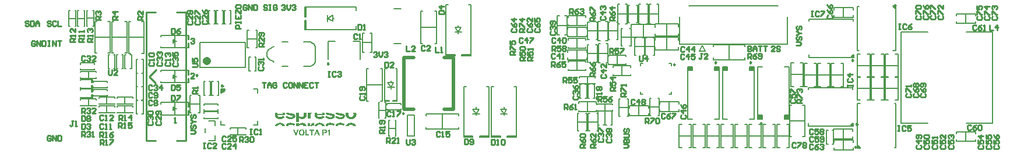
<source format=gto>
G04*
G04 #@! TF.GenerationSoftware,Altium Limited,Altium Designer,19.0.15 (446)*
G04*
G04 Layer_Color=16777215*
%FSLAX25Y25*%
%MOIN*%
G70*
G01*
G75*
%ADD10C,0.00984*%
%ADD11C,0.00787*%
%ADD12C,0.02362*%
%ADD13C,0.00394*%
%ADD14C,0.00500*%
%ADD15C,0.00591*%
%ADD16C,0.01968*%
%ADD17C,0.01000*%
%ADD18R,0.02657X0.02165*%
G36*
X539724Y121917D02*
X539330D01*
X538149Y123098D01*
Y123492D01*
X539724Y123492D01*
Y121917D01*
D02*
G37*
G36*
X515692Y93876D02*
X514117D01*
Y94270D01*
X515298Y95451D01*
X515692D01*
X515692Y93876D01*
D02*
G37*
G36*
X155539Y74261D02*
X153767Y73671D01*
Y76033D01*
X156129D01*
X155539Y74261D01*
D02*
G37*
G36*
X213067Y62085D02*
Y61990D01*
Y61896D01*
Y61801D01*
Y61707D01*
X213162D01*
Y61612D01*
Y61517D01*
Y61423D01*
Y61328D01*
Y61234D01*
Y61139D01*
Y61044D01*
Y60950D01*
Y60855D01*
X208716D01*
Y60761D01*
X208811D01*
Y60666D01*
Y60571D01*
Y60477D01*
X208905D01*
Y60382D01*
Y60288D01*
X209000D01*
Y60193D01*
Y60099D01*
X209095D01*
Y60004D01*
X209284D01*
Y59909D01*
X209378D01*
Y59815D01*
X209662D01*
Y59720D01*
X210986D01*
Y59815D01*
X211175D01*
Y59909D01*
X211365D01*
Y60004D01*
X211459D01*
Y60099D01*
X211648D01*
Y60193D01*
X211743D01*
Y60288D01*
Y60382D01*
X211932D01*
Y60288D01*
X212121D01*
Y60193D01*
X212310D01*
Y60099D01*
X212594D01*
Y60004D01*
X212783D01*
Y59909D01*
X212972D01*
Y59815D01*
Y59720D01*
X212878D01*
Y59626D01*
X212783D01*
Y59531D01*
X212689D01*
Y59437D01*
X212594D01*
Y59342D01*
X212500D01*
Y59247D01*
X212405D01*
Y59153D01*
X212216D01*
Y59058D01*
X212027D01*
Y58964D01*
X211932D01*
Y58869D01*
X211648D01*
Y58774D01*
X211365D01*
Y58680D01*
X210892D01*
Y58585D01*
X209567D01*
Y58680D01*
X209189D01*
Y58774D01*
X208811D01*
Y58869D01*
X208622D01*
Y58964D01*
X208433D01*
Y59058D01*
X208243D01*
Y59153D01*
X208149D01*
Y59247D01*
X208054D01*
Y59342D01*
X207865D01*
Y59437D01*
X207770D01*
Y59531D01*
Y59626D01*
X207676D01*
Y59720D01*
X207581D01*
Y59815D01*
X207487D01*
Y59909D01*
Y60004D01*
X207392D01*
Y60099D01*
Y60193D01*
Y60288D01*
X207297D01*
Y60382D01*
Y60477D01*
Y60571D01*
X207203D01*
Y60666D01*
Y60761D01*
Y60855D01*
Y60950D01*
Y61044D01*
Y61139D01*
Y61234D01*
Y61328D01*
Y61423D01*
Y61517D01*
Y61612D01*
Y61707D01*
Y61801D01*
X207297D01*
Y61896D01*
Y61990D01*
Y62085D01*
X207392D01*
Y62179D01*
X208811D01*
Y62085D01*
Y61990D01*
Y61896D01*
X208716D01*
Y61801D01*
Y61707D01*
X211554D01*
Y61801D01*
Y61896D01*
Y61990D01*
Y62085D01*
X211459D01*
Y62179D01*
X213067D01*
Y62085D01*
D02*
G37*
G36*
X190272D02*
X190367D01*
Y61990D01*
Y61896D01*
Y61801D01*
Y61707D01*
X190461D01*
Y61612D01*
Y61517D01*
Y61423D01*
Y61328D01*
Y61234D01*
Y61139D01*
Y61044D01*
Y60950D01*
Y60855D01*
X186016D01*
Y60761D01*
X186110D01*
Y60666D01*
Y60571D01*
Y60477D01*
Y60382D01*
X186205D01*
Y60288D01*
X186300D01*
Y60193D01*
Y60099D01*
X186394D01*
Y60004D01*
X186583D01*
Y59909D01*
X186678D01*
Y59815D01*
X186962D01*
Y59720D01*
X188286D01*
Y59815D01*
X188475D01*
Y59909D01*
X188664D01*
Y60004D01*
X188759D01*
Y60099D01*
X188948D01*
Y60193D01*
X189043D01*
Y60288D01*
Y60382D01*
X189232D01*
Y60288D01*
X189421D01*
Y60193D01*
X189610D01*
Y60099D01*
X189799D01*
Y60004D01*
X190083D01*
Y59909D01*
X190272D01*
Y59815D01*
Y59720D01*
X190178D01*
Y59626D01*
X190083D01*
Y59531D01*
X189989D01*
Y59437D01*
X189894D01*
Y59342D01*
X189799D01*
Y59247D01*
X189705D01*
Y59153D01*
X189516D01*
Y59058D01*
X189326D01*
Y58964D01*
X189232D01*
Y58869D01*
X188948D01*
Y58774D01*
X188664D01*
Y58680D01*
X188191D01*
Y58585D01*
X186867D01*
Y58680D01*
X186394D01*
Y58774D01*
X186110D01*
Y58869D01*
X185921D01*
Y58964D01*
X185732D01*
Y59058D01*
X185543D01*
Y59153D01*
X185449D01*
Y59247D01*
X185354D01*
Y59342D01*
X185165D01*
Y59437D01*
X185070D01*
Y59531D01*
Y59626D01*
X184976D01*
Y59720D01*
X184881D01*
Y59815D01*
X184786D01*
Y59909D01*
Y60004D01*
X184692D01*
Y60099D01*
Y60193D01*
Y60288D01*
X184597D01*
Y60382D01*
Y60477D01*
Y60571D01*
Y60666D01*
Y60761D01*
Y60855D01*
Y60950D01*
Y61044D01*
Y61139D01*
Y61234D01*
Y61328D01*
Y61423D01*
Y61517D01*
Y61612D01*
Y61707D01*
Y61801D01*
Y61896D01*
Y61990D01*
Y62085D01*
Y62179D01*
X186110D01*
Y62085D01*
Y61990D01*
Y61896D01*
X186016D01*
Y61801D01*
Y61707D01*
X188854D01*
Y61801D01*
Y61896D01*
Y61990D01*
Y62085D01*
X188759D01*
Y62179D01*
X190272D01*
Y62085D01*
D02*
G37*
G36*
X231038D02*
X231133D01*
Y61990D01*
Y61896D01*
Y61801D01*
Y61707D01*
Y61612D01*
X231227D01*
Y61517D01*
Y61423D01*
Y61328D01*
Y61234D01*
Y61139D01*
Y61044D01*
Y60950D01*
Y60855D01*
X231133D01*
Y60761D01*
Y60666D01*
Y60571D01*
Y60477D01*
Y60382D01*
X231038D01*
Y60288D01*
Y60193D01*
X230944D01*
Y60099D01*
Y60004D01*
X230849D01*
Y59909D01*
Y59815D01*
X230754D01*
Y59720D01*
X230660D01*
Y59626D01*
Y59531D01*
X230565D01*
Y59437D01*
X230471D01*
Y59342D01*
X230376D01*
Y59247D01*
X230187D01*
Y59153D01*
X230092D01*
Y59058D01*
X229903D01*
Y58964D01*
X229714D01*
Y58869D01*
X229525D01*
Y58774D01*
X229241D01*
Y58680D01*
X228768D01*
Y58585D01*
X227444D01*
Y58680D01*
X227066D01*
Y58774D01*
X226687D01*
Y58869D01*
X226498D01*
Y58964D01*
X226309D01*
Y59058D01*
X226120D01*
Y59153D01*
X226025D01*
Y59247D01*
X225836D01*
Y59342D01*
X225741D01*
Y59437D01*
X225647D01*
Y59531D01*
X225552D01*
Y59626D01*
Y59720D01*
X225458D01*
Y59815D01*
X225363D01*
Y59909D01*
Y60004D01*
X225269D01*
Y60099D01*
Y60193D01*
X225174D01*
Y60288D01*
Y60382D01*
X225079D01*
Y60477D01*
Y60571D01*
Y60666D01*
Y60761D01*
Y60855D01*
X224985D01*
Y60950D01*
Y61044D01*
Y61139D01*
Y61234D01*
Y61328D01*
Y61423D01*
Y61517D01*
Y61612D01*
X225079D01*
Y61707D01*
Y61801D01*
Y61896D01*
Y61990D01*
X225174D01*
Y62085D01*
Y62179D01*
X226876D01*
Y62085D01*
X226782D01*
Y61990D01*
Y61896D01*
Y61801D01*
Y61707D01*
X226687D01*
Y61612D01*
Y61517D01*
Y61423D01*
Y61328D01*
Y61234D01*
Y61139D01*
Y61044D01*
Y60950D01*
Y60855D01*
Y60761D01*
X226782D01*
Y60666D01*
Y60571D01*
Y60477D01*
Y60382D01*
X226876D01*
Y60288D01*
X226971D01*
Y60193D01*
Y60099D01*
X227066D01*
Y60004D01*
X227160D01*
Y59909D01*
X227349D01*
Y59815D01*
X227444D01*
Y59720D01*
X227917D01*
Y59626D01*
X228295D01*
Y59720D01*
X228768D01*
Y59815D01*
X228957D01*
Y59909D01*
X229052D01*
Y60004D01*
X229147D01*
Y60099D01*
X229241D01*
Y60193D01*
X229336D01*
Y60288D01*
Y60382D01*
X229430D01*
Y60477D01*
Y60571D01*
Y60666D01*
Y60761D01*
X229525D01*
Y60855D01*
Y60950D01*
Y61044D01*
Y61139D01*
Y61234D01*
Y61328D01*
Y61423D01*
Y61517D01*
Y61612D01*
Y61707D01*
X229430D01*
Y61801D01*
Y61896D01*
Y61990D01*
Y62085D01*
X229336D01*
Y62179D01*
X231038D01*
Y62085D01*
D02*
G37*
G36*
X220918D02*
X221012D01*
Y61990D01*
X221296D01*
Y61896D01*
X222053D01*
Y61801D01*
X222904D01*
Y61707D01*
X223471D01*
Y61612D01*
X223755D01*
Y61517D01*
X223944D01*
Y61423D01*
X224133D01*
Y61328D01*
X224228D01*
Y61234D01*
X224323D01*
Y61139D01*
X224417D01*
Y61044D01*
X224512D01*
Y60950D01*
Y60855D01*
X224606D01*
Y60761D01*
Y60666D01*
Y60571D01*
X224701D01*
Y60477D01*
Y60382D01*
Y60288D01*
Y60193D01*
Y60099D01*
Y60004D01*
X224606D01*
Y59909D01*
Y59815D01*
Y59720D01*
X224512D01*
Y59626D01*
Y59531D01*
X224417D01*
Y59437D01*
Y59342D01*
X224323D01*
Y59247D01*
X224228D01*
Y59153D01*
X224133D01*
Y59058D01*
X223944D01*
Y58964D01*
X223755D01*
Y58869D01*
X223566D01*
Y58774D01*
X223282D01*
Y58680D01*
X222809D01*
Y58585D01*
X221391D01*
Y58680D01*
X220823D01*
Y58774D01*
X220445D01*
Y58869D01*
X220255D01*
Y58964D01*
X219972D01*
Y59058D01*
X219783D01*
Y59153D01*
X219688D01*
Y59247D01*
X219499D01*
Y59342D01*
X219404D01*
Y59437D01*
X219310D01*
Y59531D01*
X219215D01*
Y59626D01*
X219121D01*
Y59720D01*
X219215D01*
Y59815D01*
X219310D01*
Y59909D01*
X219404D01*
Y60004D01*
X219499D01*
Y60099D01*
X219593D01*
Y60193D01*
X219783D01*
Y60288D01*
X219877D01*
Y60382D01*
X219972D01*
Y60288D01*
X220066D01*
Y60193D01*
X220255D01*
Y60099D01*
X220350D01*
Y60004D01*
X220539D01*
Y59909D01*
X220728D01*
Y59815D01*
X221012D01*
Y59720D01*
X221391D01*
Y59626D01*
X222809D01*
Y59720D01*
X222998D01*
Y59815D01*
X223188D01*
Y59909D01*
Y60004D01*
Y60099D01*
Y60193D01*
Y60288D01*
Y60382D01*
X223093D01*
Y60477D01*
X222904D01*
Y60571D01*
X222431D01*
Y60666D01*
X221674D01*
Y60761D01*
X220918D01*
Y60855D01*
X220539D01*
Y60950D01*
X220255D01*
Y61044D01*
X220066D01*
Y61139D01*
X219877D01*
Y61234D01*
X219783D01*
Y61328D01*
X219688D01*
Y61423D01*
X219593D01*
Y61517D01*
X219499D01*
Y61612D01*
Y61707D01*
X219404D01*
Y61801D01*
Y61896D01*
Y61990D01*
Y62085D01*
Y62179D01*
X220918D01*
Y62085D01*
D02*
G37*
G36*
X215148D02*
X215243D01*
Y61990D01*
X215526D01*
Y61896D01*
X216283D01*
Y61801D01*
X217134D01*
Y61707D01*
X217702D01*
Y61612D01*
X217986D01*
Y61517D01*
X218175D01*
Y61423D01*
X218364D01*
Y61328D01*
X218458D01*
Y61234D01*
X218553D01*
Y61139D01*
X218648D01*
Y61044D01*
X218742D01*
Y60950D01*
Y60855D01*
X218837D01*
Y60761D01*
Y60666D01*
Y60571D01*
Y60477D01*
X218931D01*
Y60382D01*
Y60288D01*
Y60193D01*
Y60099D01*
X218837D01*
Y60004D01*
Y59909D01*
Y59815D01*
Y59720D01*
X218742D01*
Y59626D01*
Y59531D01*
X218648D01*
Y59437D01*
Y59342D01*
X218553D01*
Y59247D01*
X218458D01*
Y59153D01*
X218269D01*
Y59058D01*
X218175D01*
Y58964D01*
X217986D01*
Y58869D01*
X217796D01*
Y58774D01*
X217513D01*
Y58680D01*
X217040D01*
Y58585D01*
X215621D01*
Y58680D01*
X215053D01*
Y58774D01*
X214675D01*
Y58869D01*
X214391D01*
Y58964D01*
X214202D01*
Y59058D01*
X214013D01*
Y59153D01*
X213918D01*
Y59247D01*
X213729D01*
Y59342D01*
X213635D01*
Y59437D01*
X213540D01*
Y59531D01*
X213445D01*
Y59626D01*
X213351D01*
Y59720D01*
X213445D01*
Y59815D01*
X213540D01*
Y59909D01*
X213635D01*
Y60004D01*
X213729D01*
Y60099D01*
X213824D01*
Y60193D01*
X214013D01*
Y60288D01*
X214107D01*
Y60382D01*
X214202D01*
Y60288D01*
X214297D01*
Y60193D01*
X214391D01*
Y60099D01*
X214580D01*
Y60004D01*
X214770D01*
Y59909D01*
X214959D01*
Y59815D01*
X215243D01*
Y59720D01*
X215621D01*
Y59626D01*
X216945D01*
Y59720D01*
X217229D01*
Y59815D01*
X217323D01*
Y59909D01*
X217418D01*
Y60004D01*
Y60099D01*
Y60193D01*
Y60288D01*
Y60382D01*
X217323D01*
Y60477D01*
X217134D01*
Y60571D01*
X216661D01*
Y60666D01*
X215905D01*
Y60761D01*
X215148D01*
Y60855D01*
X214770D01*
Y60950D01*
X214486D01*
Y61044D01*
X214297D01*
Y61139D01*
X214107D01*
Y61234D01*
X214013D01*
Y61328D01*
X213918D01*
Y61423D01*
X213824D01*
Y61517D01*
X213729D01*
Y61612D01*
Y61707D01*
X213635D01*
Y61801D01*
Y61896D01*
Y61990D01*
Y62085D01*
X213540D01*
Y62179D01*
X215148D01*
Y62085D01*
D02*
G37*
G36*
X202663D02*
Y61990D01*
Y61896D01*
Y61801D01*
X202757D01*
Y61707D01*
Y61612D01*
Y61517D01*
Y61423D01*
Y61328D01*
Y61234D01*
Y61139D01*
Y61044D01*
Y60950D01*
Y60855D01*
Y60761D01*
Y60666D01*
X202663D01*
Y60571D01*
Y60477D01*
Y60382D01*
Y60288D01*
X202568D01*
Y60193D01*
Y60099D01*
Y60004D01*
X202474D01*
Y59909D01*
Y59815D01*
X202379D01*
Y59720D01*
X202285D01*
Y59626D01*
Y59531D01*
X202190D01*
Y59437D01*
X202095D01*
Y59342D01*
X202001D01*
Y59247D01*
X201906D01*
Y59153D01*
X201812D01*
Y59058D01*
X201717D01*
Y58964D01*
X201528D01*
Y58869D01*
X201339D01*
Y58774D01*
X201055D01*
Y58680D01*
X200771D01*
Y58585D01*
X199731D01*
Y58680D01*
X199352D01*
Y58774D01*
X199163D01*
Y58869D01*
X198974D01*
Y58964D01*
X198785D01*
Y59058D01*
X198690D01*
Y59153D01*
X198596D01*
Y59247D01*
X198501D01*
Y59342D01*
X198407D01*
Y59437D01*
X198312D01*
Y59342D01*
Y59247D01*
Y59153D01*
Y59058D01*
Y58964D01*
Y58869D01*
Y58774D01*
Y58680D01*
Y58585D01*
Y58491D01*
Y58396D01*
Y58301D01*
Y58207D01*
Y58112D01*
Y58018D01*
Y57923D01*
Y57828D01*
Y57734D01*
Y57639D01*
Y57545D01*
Y57450D01*
Y57356D01*
Y57261D01*
Y57166D01*
Y57072D01*
Y56977D01*
Y56883D01*
Y56788D01*
X196609D01*
Y56883D01*
Y56977D01*
Y57072D01*
Y57166D01*
Y57261D01*
Y57356D01*
Y57450D01*
Y57545D01*
Y57639D01*
Y57734D01*
Y57828D01*
Y57923D01*
Y58018D01*
Y58112D01*
Y58207D01*
Y58301D01*
Y58396D01*
Y58491D01*
Y58585D01*
Y58680D01*
Y58774D01*
Y58869D01*
Y58964D01*
Y59058D01*
Y59153D01*
Y59247D01*
Y59342D01*
Y59437D01*
Y59531D01*
Y59626D01*
Y59720D01*
Y59815D01*
Y59909D01*
Y60004D01*
Y60099D01*
Y60193D01*
Y60288D01*
Y60382D01*
Y60477D01*
Y60571D01*
Y60666D01*
Y60761D01*
Y60855D01*
Y60950D01*
Y61044D01*
Y61139D01*
Y61234D01*
Y61328D01*
Y61423D01*
Y61517D01*
Y61612D01*
Y61707D01*
Y61801D01*
Y61896D01*
Y61990D01*
Y62085D01*
Y62179D01*
X198407D01*
Y62085D01*
Y61990D01*
X198312D01*
Y61896D01*
Y61801D01*
Y61707D01*
X198217D01*
Y61612D01*
Y61517D01*
Y61423D01*
Y61328D01*
Y61234D01*
Y61139D01*
Y61044D01*
Y60950D01*
Y60855D01*
Y60761D01*
X198312D01*
Y60666D01*
Y60571D01*
Y60477D01*
X198407D01*
Y60382D01*
Y60288D01*
X198501D01*
Y60193D01*
Y60099D01*
X198596D01*
Y60004D01*
X198690D01*
Y59909D01*
X198879D01*
Y59815D01*
X199069D01*
Y59720D01*
X199542D01*
Y59626D01*
X199731D01*
Y59720D01*
X200204D01*
Y59815D01*
X200393D01*
Y59909D01*
X200582D01*
Y60004D01*
X200676D01*
Y60099D01*
X200771D01*
Y60193D01*
Y60288D01*
X200866D01*
Y60382D01*
Y60477D01*
X200960D01*
Y60571D01*
Y60666D01*
Y60761D01*
X201055D01*
Y60855D01*
Y60950D01*
Y61044D01*
Y61139D01*
Y61234D01*
Y61328D01*
Y61423D01*
Y61517D01*
Y61612D01*
Y61707D01*
X200960D01*
Y61801D01*
Y61896D01*
Y61990D01*
X200866D01*
Y62085D01*
Y62179D01*
X202663D01*
Y62085D01*
D02*
G37*
G36*
X192448D02*
X192542D01*
Y61990D01*
X192921D01*
Y61896D01*
X193677D01*
Y61801D01*
X194529D01*
Y61707D01*
X195001D01*
Y61612D01*
X195285D01*
Y61517D01*
X195474D01*
Y61423D01*
X195664D01*
Y61328D01*
X195853D01*
Y61234D01*
X195947D01*
Y61139D01*
Y61044D01*
X196042D01*
Y60950D01*
X196136D01*
Y60855D01*
Y60761D01*
Y60666D01*
X196231D01*
Y60571D01*
Y60477D01*
Y60382D01*
Y60288D01*
Y60193D01*
Y60099D01*
Y60004D01*
Y59909D01*
Y59815D01*
X196136D01*
Y59720D01*
Y59626D01*
X196042D01*
Y59531D01*
Y59437D01*
X195947D01*
Y59342D01*
X195853D01*
Y59247D01*
X195758D01*
Y59153D01*
X195664D01*
Y59058D01*
X195474D01*
Y58964D01*
X195380D01*
Y58869D01*
X195096D01*
Y58774D01*
X194812D01*
Y58680D01*
X194339D01*
Y58585D01*
X192921D01*
Y58680D01*
X192353D01*
Y58774D01*
X192069D01*
Y58869D01*
X191786D01*
Y58964D01*
X191596D01*
Y59058D01*
X191407D01*
Y59153D01*
X191218D01*
Y59247D01*
X191123D01*
Y59342D01*
X191029D01*
Y59437D01*
X190840D01*
Y59531D01*
X190745D01*
Y59626D01*
X190651D01*
Y59720D01*
X190745D01*
Y59815D01*
X190840D01*
Y59909D01*
X190934D01*
Y60004D01*
X191123D01*
Y60099D01*
X191218D01*
Y60193D01*
X191313D01*
Y60288D01*
X191407D01*
Y60382D01*
X191596D01*
Y60288D01*
X191691D01*
Y60193D01*
X191786D01*
Y60099D01*
X191880D01*
Y60004D01*
X192069D01*
Y59909D01*
X192259D01*
Y59815D01*
X192542D01*
Y59720D01*
X193015D01*
Y59626D01*
X194339D01*
Y59720D01*
X194623D01*
Y59815D01*
X194718D01*
Y59909D01*
X194812D01*
Y60004D01*
Y60099D01*
Y60193D01*
Y60288D01*
Y60382D01*
X194718D01*
Y60477D01*
X194529D01*
Y60571D01*
X194056D01*
Y60666D01*
X193204D01*
Y60761D01*
X192542D01*
Y60855D01*
X192069D01*
Y60950D01*
X191880D01*
Y61044D01*
X191596D01*
Y61139D01*
X191502D01*
Y61234D01*
X191313D01*
Y61328D01*
X191218D01*
Y61423D01*
Y61517D01*
X191123D01*
Y61612D01*
X191029D01*
Y61707D01*
Y61801D01*
Y61896D01*
X190934D01*
Y61990D01*
Y62085D01*
Y62179D01*
X192448D01*
Y62085D01*
D02*
G37*
G36*
X205690D02*
X205595D01*
Y61990D01*
X205406D01*
Y61896D01*
Y61801D01*
X205311D01*
Y61707D01*
X205217D01*
Y61612D01*
Y61517D01*
X205122D01*
Y61423D01*
Y61328D01*
Y61234D01*
Y61139D01*
X205027D01*
Y61044D01*
Y60950D01*
Y60855D01*
Y60761D01*
Y60666D01*
Y60571D01*
Y60477D01*
Y60382D01*
Y60288D01*
Y60193D01*
Y60099D01*
Y60004D01*
Y59909D01*
Y59815D01*
Y59720D01*
Y59626D01*
Y59531D01*
Y59437D01*
Y59342D01*
Y59247D01*
Y59153D01*
Y59058D01*
Y58964D01*
Y58869D01*
Y58774D01*
X203419D01*
Y58869D01*
Y58964D01*
Y59058D01*
Y59153D01*
Y59247D01*
Y59342D01*
Y59437D01*
Y59531D01*
Y59626D01*
Y59720D01*
Y59815D01*
Y59909D01*
Y60004D01*
Y60099D01*
Y60193D01*
Y60288D01*
Y60382D01*
Y60477D01*
Y60571D01*
Y60666D01*
Y60761D01*
Y60855D01*
Y60950D01*
Y61044D01*
Y61139D01*
Y61234D01*
Y61328D01*
Y61423D01*
Y61517D01*
Y61612D01*
Y61707D01*
Y61801D01*
Y61896D01*
Y61990D01*
Y62085D01*
Y62179D01*
X205690D01*
Y62085D01*
D02*
G37*
G36*
X200676Y56315D02*
X201150D01*
Y56221D01*
X201339D01*
Y56126D01*
X201528D01*
Y56031D01*
X201717D01*
Y55937D01*
X201812D01*
Y55842D01*
X201906D01*
Y55748D01*
X202001D01*
Y55653D01*
X202095D01*
Y55559D01*
X202190D01*
Y55464D01*
X202285D01*
Y55369D01*
X202379D01*
Y55275D01*
Y55180D01*
X202474D01*
Y55086D01*
Y54991D01*
X202568D01*
Y54896D01*
Y54802D01*
Y54707D01*
X200771D01*
Y54802D01*
Y54896D01*
X200676D01*
Y54991D01*
X200582D01*
Y55086D01*
X200393D01*
Y55180D01*
X200204D01*
Y55275D01*
X199069D01*
Y55180D01*
X198879D01*
Y55086D01*
X198690D01*
Y54991D01*
X198596D01*
Y54896D01*
X198501D01*
Y54802D01*
Y54707D01*
X196609D01*
Y54802D01*
Y54896D01*
Y54991D01*
Y55086D01*
Y55180D01*
Y55275D01*
Y55369D01*
Y55464D01*
Y55559D01*
Y55653D01*
Y55748D01*
Y55842D01*
Y55937D01*
Y56031D01*
Y56126D01*
Y56221D01*
X198217D01*
Y56126D01*
Y56031D01*
Y55937D01*
Y55842D01*
Y55748D01*
Y55653D01*
Y55559D01*
Y55464D01*
Y55369D01*
X198312D01*
Y55464D01*
X198407D01*
Y55559D01*
X198501D01*
Y55653D01*
Y55748D01*
X198596D01*
Y55842D01*
X198785D01*
Y55937D01*
X198879D01*
Y56031D01*
X199069D01*
Y56126D01*
X199258D01*
Y56221D01*
X199447D01*
Y56315D01*
X199920D01*
Y56410D01*
X200676D01*
Y56315D01*
D02*
G37*
G36*
X207108D02*
Y56221D01*
Y56126D01*
Y56031D01*
Y55937D01*
Y55842D01*
Y55748D01*
Y55653D01*
Y55559D01*
Y55464D01*
Y55369D01*
Y55275D01*
Y55180D01*
Y55086D01*
Y54991D01*
Y54896D01*
X206163D01*
Y54802D01*
X205879D01*
Y54707D01*
X203419D01*
Y54802D01*
Y54896D01*
Y54991D01*
Y55086D01*
Y55180D01*
Y55275D01*
Y55369D01*
Y55464D01*
Y55559D01*
Y55653D01*
Y55748D01*
Y55842D01*
Y55937D01*
Y56031D01*
Y56126D01*
Y56221D01*
X204838D01*
Y56126D01*
Y56031D01*
Y55937D01*
Y55842D01*
Y55748D01*
Y55653D01*
Y55559D01*
Y55464D01*
Y55369D01*
Y55275D01*
Y55180D01*
Y55086D01*
Y54991D01*
Y54896D01*
X205027D01*
Y54991D01*
Y55086D01*
Y55180D01*
X205122D01*
Y55275D01*
Y55369D01*
X205217D01*
Y55464D01*
Y55559D01*
X205311D01*
Y55653D01*
X205406D01*
Y55748D01*
X205500D01*
Y55842D01*
X205595D01*
Y55937D01*
X205690D01*
Y56031D01*
X205784D01*
Y56126D01*
X205973D01*
Y56221D01*
X206257D01*
Y56315D01*
X206730D01*
Y56410D01*
X207108D01*
Y56315D01*
D02*
G37*
G36*
X222526D02*
X223093D01*
Y56221D01*
X223471D01*
Y56126D01*
X223755D01*
Y56031D01*
X223944D01*
Y55937D01*
X224133D01*
Y55842D01*
X224323D01*
Y55748D01*
X224417D01*
Y55653D01*
X224512D01*
Y55559D01*
X224606D01*
Y55464D01*
X224512D01*
Y55369D01*
X224417D01*
Y55275D01*
X224323D01*
Y55180D01*
X224228D01*
Y55086D01*
X224133D01*
Y54991D01*
X224039D01*
Y54896D01*
X223944D01*
Y54802D01*
X223850D01*
Y54896D01*
X223661D01*
Y54991D01*
X223471D01*
Y55086D01*
X223282D01*
Y55180D01*
X222998D01*
Y55275D01*
X222620D01*
Y55369D01*
X221201D01*
Y55275D01*
X220918D01*
Y55180D01*
X220823D01*
Y55086D01*
Y54991D01*
Y54896D01*
Y54802D01*
Y54707D01*
X219310D01*
Y54802D01*
Y54896D01*
X219404D01*
Y54991D01*
Y55086D01*
Y55180D01*
Y55275D01*
X219499D01*
Y55369D01*
Y55464D01*
X219593D01*
Y55559D01*
Y55653D01*
X219688D01*
Y55748D01*
X219783D01*
Y55842D01*
X219877D01*
Y55937D01*
X220066D01*
Y56031D01*
X220255D01*
Y56126D01*
X220445D01*
Y56221D01*
X220823D01*
Y56315D01*
X221391D01*
Y56410D01*
X222526D01*
Y56315D01*
D02*
G37*
G36*
X216756D02*
X217323D01*
Y56221D01*
X217702D01*
Y56126D01*
X217986D01*
Y56031D01*
X218175D01*
Y55937D01*
X218364D01*
Y55842D01*
X218458D01*
Y55748D01*
X218648D01*
Y55653D01*
X218742D01*
Y55559D01*
X218837D01*
Y55464D01*
X218742D01*
Y55369D01*
X218648D01*
Y55275D01*
X218553D01*
Y55180D01*
X218458D01*
Y55086D01*
X218364D01*
Y54991D01*
X218269D01*
Y54896D01*
X218175D01*
Y54802D01*
X217986D01*
Y54896D01*
X217891D01*
Y54991D01*
X217702D01*
Y55086D01*
X217513D01*
Y55180D01*
X217229D01*
Y55275D01*
X216850D01*
Y55369D01*
X215432D01*
Y55275D01*
X215148D01*
Y55180D01*
X215053D01*
Y55086D01*
Y54991D01*
Y54896D01*
Y54802D01*
Y54707D01*
X213540D01*
Y54802D01*
Y54896D01*
Y54991D01*
X213635D01*
Y55086D01*
Y55180D01*
Y55275D01*
Y55369D01*
X213729D01*
Y55464D01*
X213824D01*
Y55559D01*
Y55653D01*
X213918D01*
Y55748D01*
X214013D01*
Y55842D01*
X214107D01*
Y55937D01*
X214297D01*
Y56031D01*
X214486D01*
Y56126D01*
X214675D01*
Y56221D01*
X215053D01*
Y56315D01*
X215526D01*
Y56410D01*
X216756D01*
Y56315D01*
D02*
G37*
G36*
X194056D02*
X194718D01*
Y56221D01*
X195096D01*
Y56126D01*
X195285D01*
Y56031D01*
X195474D01*
Y55937D01*
X195664D01*
Y55842D01*
X195853D01*
Y55748D01*
X195947D01*
Y55653D01*
X196136D01*
Y55559D01*
Y55464D01*
X196042D01*
Y55369D01*
X195947D01*
Y55275D01*
X195853D01*
Y55180D01*
X195758D01*
Y55086D01*
X195664D01*
Y54991D01*
X195569D01*
Y54896D01*
X195474D01*
Y54802D01*
X195380D01*
Y54896D01*
X195191D01*
Y54991D01*
X195096D01*
Y55086D01*
X194907D01*
Y55180D01*
X194623D01*
Y55275D01*
X194150D01*
Y55369D01*
X192731D01*
Y55275D01*
X192542D01*
Y55180D01*
X192448D01*
Y55086D01*
X192353D01*
Y54991D01*
Y54896D01*
Y54802D01*
X192448D01*
Y54707D01*
X190934D01*
Y54802D01*
Y54896D01*
Y54991D01*
Y55086D01*
Y55180D01*
X191029D01*
Y55275D01*
Y55369D01*
Y55464D01*
X191123D01*
Y55559D01*
X191218D01*
Y55653D01*
X191313D01*
Y55748D01*
X191407D01*
Y55842D01*
X191502D01*
Y55937D01*
X191596D01*
Y56031D01*
X191786D01*
Y56126D01*
X192069D01*
Y56221D01*
X192353D01*
Y56315D01*
X192921D01*
Y56410D01*
X194056D01*
Y56315D01*
D02*
G37*
G36*
X228674D02*
X229147D01*
Y56221D01*
X229430D01*
Y56126D01*
X229714D01*
Y56031D01*
X229903D01*
Y55937D01*
X230092D01*
Y55842D01*
X230187D01*
Y55748D01*
X230376D01*
Y55653D01*
X230471D01*
Y55559D01*
X230565D01*
Y55464D01*
X230660D01*
Y55369D01*
Y55275D01*
X230754D01*
Y55180D01*
X230849D01*
Y55086D01*
Y54991D01*
X230944D01*
Y54896D01*
Y54802D01*
X231038D01*
Y54707D01*
X229336D01*
Y54802D01*
X229241D01*
Y54896D01*
X229147D01*
Y54991D01*
X229052D01*
Y55086D01*
X228863D01*
Y55180D01*
X228674D01*
Y55275D01*
X227538D01*
Y55180D01*
X227349D01*
Y55086D01*
X227160D01*
Y54991D01*
X227066D01*
Y54896D01*
X226971D01*
Y54802D01*
Y54707D01*
X225174D01*
Y54802D01*
X225269D01*
Y54896D01*
Y54991D01*
X225363D01*
Y55086D01*
Y55180D01*
X225458D01*
Y55275D01*
X225552D01*
Y55369D01*
Y55464D01*
X225647D01*
Y55559D01*
X225741D01*
Y55653D01*
X225931D01*
Y55748D01*
X226025D01*
Y55842D01*
X226120D01*
Y55937D01*
X226309D01*
Y56031D01*
X226498D01*
Y56126D01*
X226782D01*
Y56221D01*
X227066D01*
Y56315D01*
X227538D01*
Y56410D01*
X228674D01*
Y56315D01*
D02*
G37*
G36*
X210702D02*
X211270D01*
Y56221D01*
X211554D01*
Y56126D01*
X211743D01*
Y56031D01*
X211932D01*
Y55937D01*
X212121D01*
Y55842D01*
X212216D01*
Y55748D01*
X212405D01*
Y55653D01*
X212500D01*
Y55559D01*
X212594D01*
Y55464D01*
Y55369D01*
X212689D01*
Y55275D01*
X212783D01*
Y55180D01*
Y55086D01*
X212878D01*
Y54991D01*
Y54896D01*
X212972D01*
Y54802D01*
Y54707D01*
X211459D01*
Y54802D01*
Y54896D01*
X211365D01*
Y54991D01*
Y55086D01*
X211270D01*
Y55180D01*
X211175D01*
Y55275D01*
X210986D01*
Y55369D01*
X210702D01*
Y55464D01*
X209567D01*
Y55369D01*
X209378D01*
Y55275D01*
X209189D01*
Y55180D01*
X209095D01*
Y55086D01*
X209000D01*
Y54991D01*
X208905D01*
Y54896D01*
Y54802D01*
X208811D01*
Y54707D01*
X207392D01*
Y54802D01*
Y54896D01*
X207487D01*
Y54991D01*
Y55086D01*
X207581D01*
Y55180D01*
Y55275D01*
X207676D01*
Y55369D01*
X207770D01*
Y55464D01*
X207865D01*
Y55559D01*
X207960D01*
Y55653D01*
X208054D01*
Y55748D01*
X208149D01*
Y55842D01*
X208243D01*
Y55937D01*
X208433D01*
Y56031D01*
X208622D01*
Y56126D01*
X208811D01*
Y56221D01*
X209189D01*
Y56315D01*
X209662D01*
Y56410D01*
X210702D01*
Y56315D01*
D02*
G37*
G36*
X188002D02*
X188570D01*
Y56221D01*
X188854D01*
Y56126D01*
X189043D01*
Y56031D01*
X189232D01*
Y55937D01*
X189421D01*
Y55842D01*
X189516D01*
Y55748D01*
X189610D01*
Y55653D01*
X189799D01*
Y55559D01*
Y55464D01*
X189894D01*
Y55369D01*
X189989D01*
Y55275D01*
X190083D01*
Y55180D01*
Y55086D01*
X190178D01*
Y54991D01*
Y54896D01*
X190272D01*
Y54802D01*
Y54707D01*
X188759D01*
Y54802D01*
Y54896D01*
X188664D01*
Y54991D01*
Y55086D01*
X188570D01*
Y55180D01*
X188381D01*
Y55275D01*
X188286D01*
Y55369D01*
X188002D01*
Y55464D01*
X186867D01*
Y55369D01*
X186678D01*
Y55275D01*
X186489D01*
Y55180D01*
X186394D01*
Y55086D01*
X186300D01*
Y54991D01*
X186205D01*
Y54896D01*
Y54802D01*
X186110D01*
Y54707D01*
X184692D01*
Y54802D01*
Y54896D01*
X184786D01*
Y54991D01*
Y55086D01*
X184881D01*
Y55180D01*
Y55275D01*
X184976D01*
Y55369D01*
X185070D01*
Y55464D01*
X185165D01*
Y55559D01*
X185259D01*
Y55653D01*
X185354D01*
Y55748D01*
X185449D01*
Y55842D01*
X185543D01*
Y55937D01*
X185732D01*
Y56031D01*
X185921D01*
Y56126D01*
X186110D01*
Y56221D01*
X186489D01*
Y56315D01*
X186962D01*
Y56410D01*
X188002D01*
Y56315D01*
D02*
G37*
G36*
X515392Y54476D02*
X513817D01*
Y54870D01*
X514998Y56051D01*
X515392D01*
X515392Y54476D01*
D02*
G37*
G36*
X519351Y42302D02*
Y41908D01*
X517776Y41908D01*
Y43483D01*
X518170D01*
X519351Y42302D01*
D02*
G37*
G36*
X196998Y49200D02*
X196243D01*
X195095Y52608D01*
X195821D01*
X196537Y50305D01*
Y50299D01*
X196543Y50293D01*
X196549Y50277D01*
X196554Y50254D01*
X196571Y50205D01*
X196587Y50138D01*
X196610Y50066D01*
X196623Y50009D01*
X196626Y50021D01*
X196643Y50094D01*
X196671Y50177D01*
X196698Y50277D01*
X197414Y52608D01*
X198147D01*
X196998Y49200D01*
D02*
G37*
G36*
X215907D02*
X215230D01*
Y51587D01*
X215219Y51570D01*
X215208Y51548D01*
X215191Y51525D01*
X215158Y51503D01*
X215119Y51481D01*
X215063Y51459D01*
X215058D01*
X215036Y51448D01*
X215002Y51442D01*
X214964Y51431D01*
X214914Y51420D01*
X214858Y51414D01*
X214736Y51403D01*
X214536D01*
Y52014D01*
X214725D01*
X214747Y52019D01*
X214791Y52025D01*
X214841Y52030D01*
X214897Y52047D01*
X214964Y52069D01*
X215024Y52103D01*
X215091Y52141D01*
X215097Y52147D01*
X215119Y52164D01*
X215147Y52197D01*
X215185Y52236D01*
X215224Y52291D01*
X215269Y52364D01*
X215307Y52447D01*
X215341Y52541D01*
X215907D01*
Y49200D01*
D02*
G37*
G36*
X213232Y52602D02*
X213265D01*
X213354Y52591D01*
X213448Y52574D01*
X213559Y52552D01*
X213665Y52525D01*
X213770Y52480D01*
X213776D01*
X213781Y52474D01*
X213815Y52458D01*
X213865Y52425D01*
X213926Y52386D01*
X213998Y52336D01*
X214070Y52269D01*
X214137Y52197D01*
X214198Y52108D01*
X214203Y52097D01*
X214220Y52064D01*
X214247Y52014D01*
X214275Y51947D01*
X214297Y51870D01*
X214325Y51775D01*
X214342Y51670D01*
X214347Y51553D01*
Y51548D01*
Y51531D01*
Y51503D01*
X214342Y51470D01*
X214336Y51431D01*
X214331Y51381D01*
X214309Y51270D01*
X214270Y51143D01*
X214242Y51082D01*
X214209Y51015D01*
X214170Y50948D01*
X214131Y50887D01*
X214075Y50826D01*
X214020Y50771D01*
X214014Y50765D01*
X214003Y50760D01*
X213987Y50743D01*
X213959Y50726D01*
X213926Y50704D01*
X213887Y50682D01*
X213842Y50654D01*
X213787Y50626D01*
X213726Y50599D01*
X213659Y50571D01*
X213587Y50549D01*
X213509Y50526D01*
X213421Y50510D01*
X213332Y50493D01*
X213232Y50488D01*
X213132Y50482D01*
X212477D01*
Y49200D01*
X211778D01*
Y52608D01*
X213198D01*
X213232Y52602D01*
D02*
G37*
G36*
X210207Y49200D02*
X209502D01*
X209203Y50071D01*
X207982D01*
X207682Y49200D01*
X206982D01*
X208226Y52608D01*
X208958D01*
X210207Y49200D01*
D02*
G37*
G36*
X206949Y52025D02*
X205945D01*
Y49200D01*
X205240D01*
Y52025D01*
X204235D01*
Y52608D01*
X206949D01*
Y52025D01*
D02*
G37*
G36*
X202731Y49788D02*
X204180D01*
Y49200D01*
X202032D01*
Y52608D01*
X202731D01*
Y49788D01*
D02*
G37*
G36*
X199995Y52685D02*
X200040D01*
X200090Y52680D01*
X200145Y52674D01*
X200206Y52663D01*
X200339Y52636D01*
X200483Y52597D01*
X200628Y52541D01*
X200772Y52469D01*
X200778D01*
X200789Y52458D01*
X200805Y52447D01*
X200833Y52430D01*
X200900Y52380D01*
X200977Y52308D01*
X201072Y52225D01*
X201161Y52114D01*
X201255Y51992D01*
X201333Y51847D01*
Y51842D01*
X201344Y51831D01*
X201349Y51809D01*
X201366Y51775D01*
X201377Y51736D01*
X201394Y51692D01*
X201416Y51642D01*
X201432Y51581D01*
X201449Y51514D01*
X201471Y51442D01*
X201488Y51364D01*
X201499Y51281D01*
X201521Y51098D01*
X201532Y50904D01*
Y50898D01*
Y50882D01*
Y50854D01*
X201527Y50815D01*
Y50765D01*
X201521Y50710D01*
X201516Y50649D01*
X201510Y50582D01*
X201483Y50438D01*
X201449Y50277D01*
X201399Y50116D01*
X201333Y49960D01*
Y49955D01*
X201322Y49944D01*
X201310Y49922D01*
X201294Y49894D01*
X201277Y49860D01*
X201249Y49822D01*
X201188Y49733D01*
X201105Y49633D01*
X201011Y49527D01*
X200894Y49428D01*
X200767Y49339D01*
X200761D01*
X200750Y49328D01*
X200728Y49317D01*
X200700Y49305D01*
X200667Y49289D01*
X200628Y49272D01*
X200578Y49250D01*
X200522Y49233D01*
X200461Y49211D01*
X200395Y49189D01*
X200250Y49156D01*
X200090Y49133D01*
X199912Y49122D01*
X199867D01*
X199829Y49128D01*
X199790D01*
X199740Y49133D01*
X199684Y49139D01*
X199623Y49150D01*
X199490Y49178D01*
X199346Y49211D01*
X199201Y49267D01*
X199057Y49339D01*
X199052D01*
X199040Y49350D01*
X199024Y49361D01*
X198996Y49378D01*
X198930Y49433D01*
X198852Y49500D01*
X198757Y49589D01*
X198663Y49700D01*
X198574Y49822D01*
X198491Y49966D01*
Y49971D01*
X198486Y49983D01*
X198474Y50005D01*
X198463Y50038D01*
X198447Y50077D01*
X198430Y50121D01*
X198413Y50177D01*
X198397Y50238D01*
X198374Y50299D01*
X198358Y50371D01*
X198330Y50532D01*
X198308Y50710D01*
X198297Y50904D01*
Y50909D01*
Y50926D01*
Y50959D01*
X198302Y50993D01*
Y51043D01*
X198308Y51098D01*
X198313Y51159D01*
X198319Y51226D01*
X198347Y51376D01*
X198380Y51531D01*
X198424Y51692D01*
X198491Y51847D01*
Y51853D01*
X198502Y51864D01*
X198513Y51886D01*
X198530Y51914D01*
X198547Y51947D01*
X198574Y51986D01*
X198635Y52075D01*
X198719Y52175D01*
X198813Y52280D01*
X198930Y52380D01*
X199057Y52469D01*
X199063D01*
X199074Y52480D01*
X199096Y52491D01*
X199124Y52502D01*
X199157Y52519D01*
X199201Y52541D01*
X199246Y52558D01*
X199301Y52580D01*
X199362Y52602D01*
X199429Y52619D01*
X199573Y52658D01*
X199734Y52680D01*
X199912Y52691D01*
X199962D01*
X199995Y52685D01*
D02*
G37*
%LPC*%
G36*
X213026Y52053D02*
X212477D01*
Y51037D01*
X213071D01*
X213121Y51043D01*
X213182Y51054D01*
X213248Y51070D01*
X213321Y51092D01*
X213393Y51126D01*
X213454Y51170D01*
X213459Y51176D01*
X213482Y51198D01*
X213504Y51226D01*
X213537Y51270D01*
X213565Y51326D01*
X213593Y51387D01*
X213609Y51464D01*
X213615Y51548D01*
Y51559D01*
Y51587D01*
X213609Y51631D01*
X213593Y51681D01*
X213576Y51742D01*
X213548Y51803D01*
X213509Y51859D01*
X213454Y51914D01*
X213448Y51920D01*
X213426Y51936D01*
X213393Y51958D01*
X213343Y51986D01*
X213282Y52008D01*
X213210Y52030D01*
X213121Y52047D01*
X213026Y52053D01*
D02*
G37*
G36*
X208594Y51868D02*
X208587Y51847D01*
X208570Y51786D01*
X208525Y51664D01*
X208154Y50621D01*
X209031D01*
X208648Y51686D01*
Y51692D01*
X208636Y51714D01*
X208631Y51748D01*
X208614Y51792D01*
X208603Y51836D01*
X208594Y51868D01*
D02*
G37*
G36*
X199912Y52108D02*
X199873D01*
X199845Y52103D01*
X199806Y52097D01*
X199768Y52091D01*
X199673Y52069D01*
X199568Y52030D01*
X199512Y52008D01*
X199462Y51975D01*
X199407Y51936D01*
X199351Y51897D01*
X199301Y51847D01*
X199257Y51792D01*
Y51786D01*
X199246Y51775D01*
X199235Y51759D01*
X199218Y51736D01*
X199201Y51703D01*
X199179Y51664D01*
X199163Y51614D01*
X199140Y51564D01*
X199118Y51503D01*
X199096Y51437D01*
X199074Y51364D01*
X199057Y51281D01*
X199040Y51198D01*
X199029Y51104D01*
X199024Y51009D01*
X199018Y50904D01*
Y50898D01*
Y50882D01*
Y50848D01*
X199024Y50810D01*
Y50765D01*
X199029Y50710D01*
X199040Y50649D01*
X199046Y50582D01*
X199079Y50438D01*
X199118Y50293D01*
X199179Y50149D01*
X199213Y50077D01*
X199257Y50016D01*
X199262Y50010D01*
X199268Y50005D01*
X199279Y49988D01*
X199301Y49966D01*
X199357Y49916D01*
X199429Y49860D01*
X199523Y49799D01*
X199634Y49749D01*
X199695Y49727D01*
X199762Y49711D01*
X199834Y49705D01*
X199912Y49700D01*
X199951D01*
X199984Y49705D01*
X200017Y49711D01*
X200056Y49716D01*
X200150Y49738D01*
X200256Y49777D01*
X200311Y49805D01*
X200367Y49833D01*
X200423Y49872D01*
X200472Y49910D01*
X200522Y49960D01*
X200567Y50016D01*
X200572Y50021D01*
X200578Y50033D01*
X200589Y50049D01*
X200606Y50077D01*
X200622Y50105D01*
X200644Y50143D01*
X200667Y50194D01*
X200689Y50243D01*
X200711Y50305D01*
X200728Y50371D01*
X200750Y50443D01*
X200767Y50526D01*
X200783Y50610D01*
X200794Y50704D01*
X200805Y50798D01*
Y50904D01*
Y50909D01*
Y50932D01*
Y50959D01*
X200800Y50998D01*
Y51048D01*
X200794Y51104D01*
X200789Y51165D01*
X200778Y51231D01*
X200750Y51370D01*
X200706Y51520D01*
X200650Y51664D01*
X200611Y51731D01*
X200572Y51792D01*
Y51797D01*
X200561Y51803D01*
X200550Y51820D01*
X200528Y51842D01*
X200478Y51892D01*
X200400Y51953D01*
X200311Y52008D01*
X200195Y52058D01*
X200134Y52080D01*
X200062Y52097D01*
X199990Y52103D01*
X199912Y52108D01*
D02*
G37*
%LPD*%
D10*
X215440Y90311D02*
X214702Y90738D01*
Y89885D01*
X215440Y90311D01*
X140500Y83787D02*
X139762Y84213D01*
Y83361D01*
X140500Y83787D01*
X413392Y89900D02*
X412654Y90326D01*
Y89474D01*
X413392Y89900D01*
X258292Y61900D02*
X257554Y62326D01*
Y61474D01*
X258292Y61900D01*
X517853Y55658D02*
X517115Y56084D01*
Y55231D01*
X517853Y55658D01*
X457080Y91110D02*
X456342Y91536D01*
Y90684D01*
X457080Y91110D01*
X515491Y92300D02*
X514752Y92726D01*
Y91874D01*
X515491Y92300D01*
X516992Y42500D02*
X516254Y42926D01*
Y42074D01*
X516992Y42500D01*
X437080Y91120D02*
X436342Y91546D01*
Y90693D01*
X437080Y91120D01*
X463104Y56080D02*
X462366Y56507D01*
Y55654D01*
X463104Y56080D01*
X539692Y123900D02*
X538954Y124326D01*
Y123474D01*
X539692Y123900D01*
X154892Y77700D02*
X154154Y78126D01*
Y77274D01*
X154892Y77700D01*
X133798Y119811D02*
X133798Y46189D01*
X128187D02*
X133798D01*
X110865D02*
X116475D01*
X110865D02*
Y119811D01*
X116475D01*
X128187D02*
X133798D01*
X112636Y83000D02*
X116573Y86937D01*
X112636Y83000D02*
X116475Y79063D01*
D11*
X188538Y88879D02*
X189669Y88713D01*
X203842D02*
X204861Y88848D01*
X205811Y89241D01*
X206626Y89867D01*
X207252Y90682D01*
X207645Y91631D01*
X207780Y92650D01*
X181751Y99013D02*
X181049Y98387D01*
X180516Y97613D01*
X180184Y96733D01*
X180071Y95800D01*
X180184Y94866D01*
X180516Y93987D01*
X181049Y93212D01*
X181751Y92586D01*
X189669Y102887D02*
X188538Y102721D01*
X207780Y98950D02*
X207645Y99969D01*
X207252Y100918D01*
X206626Y101734D01*
X205811Y102359D01*
X204861Y102752D01*
X203842Y102887D01*
X515392Y56051D02*
X514279Y55590D01*
X513817Y54476D01*
X515692Y95451D02*
X514579Y94990D01*
X514117Y93876D01*
X519351Y41908D02*
X518890Y43021D01*
X517776Y43483D01*
X538149Y123492D02*
X538610Y122379D01*
X539724Y121917D01*
X153767Y73671D02*
X154671Y73851D01*
X155437Y74363D01*
X155949Y75129D01*
X156129Y76033D01*
X100869Y96345D02*
X102050D01*
X100869D02*
Y114455D01*
X102050D01*
X108350D02*
X109531D01*
Y96345D02*
Y114455D01*
X108350Y96345D02*
X109531D01*
X100869Y105400D02*
X109531D01*
X91269Y96445D02*
X92450D01*
X91269D02*
Y114555D01*
X92450D01*
X98750D02*
X99931D01*
Y96445D02*
Y114555D01*
X98750Y96445D02*
X99931D01*
X91269Y105500D02*
X99931D01*
X81669Y96445D02*
X82850D01*
X81669D02*
Y114555D01*
X82850D01*
X89150D02*
X90331D01*
Y96445D02*
Y114555D01*
X89150Y96445D02*
X90331D01*
X81669Y105500D02*
X90331D01*
X252631Y101761D02*
X256569D01*
X252631Y121839D02*
X256569D01*
X229515Y103107D02*
X233255D01*
Y92870D02*
Y103107D01*
X215145D02*
X218885D01*
X215145Y92870D02*
Y103107D01*
X217581Y116362D02*
X218369D01*
X214432D02*
X214825D01*
X217581Y114787D02*
Y118331D01*
X214825Y116362D02*
X217581Y118331D01*
X214825Y116362D02*
X217581Y114787D01*
X214825Y114394D02*
Y118331D01*
X201636Y117362D02*
Y122862D01*
X230900D01*
X201636Y117362D02*
X202400D01*
Y122862D01*
Y109862D02*
Y115362D01*
X201636D02*
X202400D01*
X230900Y120988D02*
Y122862D01*
X201636Y109862D02*
Y115362D01*
X230900Y109862D02*
Y111736D01*
X201636Y109862D02*
X230900D01*
X189669Y88713D02*
X191874D01*
X201087Y88713D02*
X203842Y88713D01*
X201087Y102887D02*
X203842Y102887D01*
X189669D02*
X191874D01*
X181751Y92587D02*
X183209Y91768D01*
X183938Y91359D01*
X183209Y99832D02*
X183938Y100241D01*
X181751Y99013D02*
X183209Y99832D01*
X207780Y92650D02*
Y98950D01*
X299778Y64373D02*
Y65554D01*
Y60830D02*
Y61617D01*
X297810Y64373D02*
X301353D01*
X297810D02*
X299778Y61617D01*
X301353Y64373D01*
X297810Y61617D02*
X301747D01*
X306865Y48232D02*
Y77365D01*
X305585D02*
X306865D01*
X301747Y48232D02*
X306865D01*
X292691Y77365D02*
X293971D01*
X301747Y48232D02*
Y48822D01*
X306865D01*
X292691D02*
X297810D01*
Y48232D02*
Y48822D01*
X292691Y48232D02*
Y77365D01*
Y48232D02*
X297810D01*
X315526Y64346D02*
Y65527D01*
Y60802D02*
Y61590D01*
X313558Y64346D02*
X317101D01*
X313558D02*
X315526Y61590D01*
X317101Y64346D01*
X313558Y61590D02*
X317495D01*
X322613Y48204D02*
Y77338D01*
X321333D02*
X322613D01*
X317495Y48204D02*
X322613D01*
X308439Y77338D02*
X309719D01*
X317495Y48204D02*
Y48794D01*
X322613D01*
X308439D02*
X313558D01*
Y48204D02*
Y48794D01*
X308439Y48204D02*
Y77338D01*
Y48204D02*
X313558D01*
X167567Y88118D02*
Y102685D01*
X141583Y88118D02*
Y102685D01*
X167567D01*
X141583Y88118D02*
X167567D01*
X410008Y90472D02*
X411287D01*
Y89193D02*
Y90472D01*
Y72953D02*
Y74232D01*
X410008Y72953D02*
X411287D01*
X393768D02*
X395047D01*
X393768D02*
Y74232D01*
Y90472D02*
X395047D01*
X393768Y89193D02*
Y90472D01*
X264268Y48798D02*
Y61002D01*
X260332Y48798D02*
Y61002D01*
Y48798D02*
X264268D01*
X260332Y61002D02*
X264268D01*
X515392Y56051D02*
X515392D01*
X502833Y76524D02*
X514998D01*
Y75559D02*
Y76524D01*
X489802D02*
X502833D01*
X489802Y75559D02*
Y76524D01*
Y54476D02*
Y56051D01*
Y54476D02*
X502833D01*
X515392D01*
Y56051D01*
X458655Y58630D02*
Y88551D01*
X440545Y58630D02*
Y88551D01*
X455998D02*
X458655D01*
X455998Y58630D02*
X458655D01*
X440545Y88551D02*
X443202D01*
X440545Y58630D02*
X443202D01*
Y86386D02*
Y88551D01*
X440545Y86386D02*
X443202D01*
X455998D02*
X458655D01*
X455998D02*
Y88551D01*
X515692Y95451D02*
X515692D01*
X503133Y115924D02*
X515298D01*
Y114959D02*
Y115924D01*
X490102D02*
X503133D01*
X490102Y114959D02*
Y115924D01*
Y93876D02*
Y95451D01*
Y93876D02*
X503133D01*
X515692D01*
Y95451D01*
X519351Y41908D02*
Y41908D01*
X539824Y42302D02*
Y54467D01*
X538859Y42302D02*
X539824D01*
Y54467D02*
Y67498D01*
X538859D02*
X539824D01*
X517776D02*
X519351D01*
X517776Y54467D02*
Y67498D01*
Y41908D02*
Y54467D01*
Y41908D02*
X519351D01*
X453306Y92562D02*
Y93743D01*
X435196Y92562D02*
X453306D01*
X435196D02*
Y93743D01*
Y100042D02*
Y101224D01*
X453306D01*
Y100042D02*
Y101224D01*
X444251Y92562D02*
Y101224D01*
X438655Y58639D02*
Y88561D01*
X420545Y58639D02*
Y88561D01*
X435998D02*
X438655D01*
X435998Y58639D02*
X438655D01*
X420545Y88561D02*
X423202D01*
X420545Y58639D02*
X423202D01*
Y86395D02*
Y88561D01*
X420545Y86395D02*
X423202D01*
X435998D02*
X438655D01*
X435998D02*
Y88561D01*
X460545Y58639D02*
Y88561D01*
X478655Y58639D02*
Y88561D01*
X460545Y58639D02*
X463202D01*
X460545Y88561D02*
X463202D01*
X475998Y58639D02*
X478655D01*
X475998Y88561D02*
X478655D01*
X475998Y58639D02*
Y60805D01*
X478655D01*
X460545D02*
X463202D01*
Y58639D02*
Y60805D01*
X538149Y123492D02*
Y123492D01*
X517676Y110933D02*
Y123098D01*
X518641D01*
X517676Y97902D02*
Y110933D01*
Y97902D02*
X518641D01*
X538149D02*
X539724D01*
Y110933D01*
Y123492D01*
X538149D02*
X539724D01*
X478969Y48545D02*
X480150D01*
X478969D02*
Y66655D01*
X480150D01*
X486450D02*
X487631D01*
Y48545D02*
Y66655D01*
X486450Y48545D02*
X487631D01*
X478969Y57600D02*
X487631D01*
X542819Y56319D02*
Y108681D01*
Y56319D02*
X557976D01*
X542819Y108681D02*
X557976D01*
X580024D02*
X595181D01*
X580024Y56319D02*
X595181D01*
Y108681D01*
X144844Y50719D02*
Y53081D01*
X150356Y46191D02*
Y49046D01*
X146813Y46191D02*
X150356D01*
Y54754D02*
Y57609D01*
X146813D02*
X150356D01*
X153767Y73671D02*
Y76033D01*
X156129D01*
X172271D02*
X174633D01*
Y73671D02*
Y76033D01*
Y55167D02*
Y57529D01*
X172271Y55167D02*
X174633D01*
X153767D02*
Y57529D01*
Y55167D02*
X156129D01*
X289500Y111181D02*
Y112362D01*
Y107638D02*
Y108425D01*
X287531Y111181D02*
X291075D01*
X287531D02*
X289500Y108425D01*
X291075Y111181D01*
X287531Y108425D02*
X291469D01*
X296587Y95039D02*
Y124173D01*
X295307D02*
X296587D01*
X291469Y95039D02*
X296587D01*
X282413Y124173D02*
X283693D01*
X291469Y95039D02*
Y95630D01*
X296587D01*
X282413D02*
X287531D01*
Y95039D02*
Y95630D01*
X282413Y95039D02*
Y124173D01*
Y95039D02*
X287531D01*
X248932Y76757D02*
X252869D01*
X250900D02*
X252475Y79513D01*
X248932D02*
X250900Y76757D01*
X248932Y79513D02*
X252475D01*
X250900Y75969D02*
Y76757D01*
Y79513D02*
Y80694D01*
D12*
X146701Y92055D02*
X146256Y92978D01*
X145257Y93206D01*
X144456Y92567D01*
Y91543D01*
X145257Y90904D01*
X146256Y91132D01*
X146701Y92055D01*
D13*
X91356Y83808D02*
D03*
D14*
X415998Y101595D02*
Y117343D01*
X477613Y101595D02*
Y117343D01*
X415998Y101595D02*
X477613D01*
X429089Y100808D02*
X430664Y97658D01*
X427514D02*
X429089Y100808D01*
X427514Y97658D02*
X430664D01*
X421215Y123524D02*
X472396D01*
D15*
X136044Y67100D02*
X141556D01*
X140800Y72100D02*
X141556D01*
Y62100D02*
Y72100D01*
X140800Y62100D02*
X141556D01*
X136044D02*
X136800D01*
X136044D02*
Y72100D01*
X136800D01*
X523333Y82843D02*
X524907D01*
Y69458D02*
Y82843D01*
X523333Y69458D02*
X524907D01*
X517821D02*
X519396D01*
X517821D02*
Y82843D01*
X519396D01*
X517821Y76150D02*
X524907D01*
X276045Y101750D02*
X277029D01*
Y120450D01*
X276045D02*
X277029D01*
X268171D02*
X269155D01*
X268171Y101750D02*
Y120450D01*
Y101750D02*
X269155D01*
X268171Y111100D02*
X277029D01*
X238975Y96888D02*
X240156D01*
Y107912D01*
X238975D02*
X240156D01*
X234644D02*
X235825D01*
X234644Y96888D02*
Y107912D01*
Y96888D02*
X235825D01*
X234644Y102400D02*
X240156D01*
X66800Y116264D02*
X70800D01*
X70300Y120764D02*
X70800D01*
Y111764D02*
Y120764D01*
X70300Y111764D02*
X70800D01*
X66800D02*
X67300D01*
X66800D02*
Y120764D01*
X67300D01*
X373913Y90788D02*
X375094D01*
Y101812D01*
X373913D02*
X375094D01*
X369583D02*
X370764D01*
X369583Y90788D02*
Y101812D01*
Y90788D02*
X370764D01*
X369583Y96300D02*
X375094D01*
X363386Y96341D02*
X368898D01*
X363386Y91341D02*
X364142D01*
X363386D02*
Y101341D01*
X364142D01*
X368142D02*
X368898D01*
Y91341D02*
Y101341D01*
X368142Y91341D02*
X368898D01*
X358800Y78832D02*
Y79332D01*
Y78832D02*
X367800D01*
Y79332D01*
Y82332D02*
Y82832D01*
X358800D02*
X367800D01*
X358800Y82332D02*
Y82832D01*
X363300Y78832D02*
Y82832D01*
X362181Y70631D02*
X362968D01*
Y78505D01*
X362181D02*
X362968D01*
X359032D02*
X359819D01*
X359032Y70631D02*
Y78505D01*
Y70631D02*
X359819D01*
X395200Y105657D02*
Y112743D01*
X388507Y105657D02*
Y107231D01*
Y105657D02*
X401893D01*
Y107231D01*
Y111169D02*
Y112743D01*
X388507D02*
X401893D01*
X388507Y111169D02*
Y112743D01*
X376605Y55350D02*
X377393D01*
Y63224D01*
X376605D02*
X377393D01*
X373456D02*
X374243D01*
X373456Y55350D02*
Y63224D01*
Y55350D02*
X374243D01*
X503281Y44331D02*
X504069D01*
Y52205D01*
X503281D02*
X504069D01*
X500132D02*
X500919D01*
X500132Y44331D02*
Y52205D01*
Y44331D02*
X500919D01*
X515112Y51575D02*
Y52756D01*
X504088D02*
X515112D01*
X504088Y51575D02*
Y52756D01*
Y47244D02*
Y48425D01*
Y47244D02*
X515112D01*
Y48425D01*
X509600Y47244D02*
Y52756D01*
X415612Y67232D02*
Y68413D01*
X404588D02*
X415612D01*
X404588Y67232D02*
Y68413D01*
Y62902D02*
Y64083D01*
Y62902D02*
X415612D01*
Y64083D01*
X410100Y62902D02*
Y68413D01*
X351988Y105744D02*
Y106925D01*
Y105744D02*
X363012D01*
Y106925D01*
Y110075D02*
Y111256D01*
X351988D02*
X363012D01*
X351988Y110075D02*
Y111256D01*
X357500Y105744D02*
Y111256D01*
Y86504D02*
Y92016D01*
X352500Y91260D02*
Y92016D01*
X362500D01*
Y91260D02*
Y92016D01*
Y86504D02*
Y87260D01*
X352500Y86504D02*
X362500D01*
X352500D02*
Y87260D01*
X351988Y92669D02*
Y93850D01*
Y92669D02*
X363012D01*
Y93850D01*
Y97000D02*
Y98181D01*
X351988D02*
X363012D01*
X351988Y97000D02*
Y98181D01*
X357500Y92669D02*
Y98181D01*
Y112244D02*
Y117756D01*
X352500Y117000D02*
Y117756D01*
X362500D01*
Y117000D02*
Y117756D01*
Y112244D02*
Y113000D01*
X352500Y112244D02*
X362500D01*
X352500D02*
Y113000D01*
X350475Y106788D02*
X351656D01*
Y117812D01*
X350475D02*
X351656D01*
X346144D02*
X347325D01*
X346144Y106788D02*
Y117812D01*
Y106788D02*
X347325D01*
X346144Y112300D02*
X351656D01*
X368800Y63300D02*
Y63800D01*
Y63300D02*
X377800D01*
Y63800D01*
Y66800D02*
Y67300D01*
X368800D02*
X377800D01*
X368800Y66800D02*
Y67300D01*
X373300Y63300D02*
Y67300D01*
X372421Y55350D02*
X373209D01*
Y63224D01*
X372421D02*
X373209D01*
X369272D02*
X370059D01*
X369272Y55350D02*
Y63224D01*
Y55350D02*
X370059D01*
X366684Y70631D02*
X367471D01*
Y78505D01*
X366684D02*
X367471D01*
X363534D02*
X364322D01*
X363534Y70631D02*
Y78505D01*
Y70631D02*
X364322D01*
X390344Y100100D02*
X395856D01*
X390344Y95100D02*
X391100D01*
X390344D02*
Y105100D01*
X391100D01*
X395100D02*
X395856D01*
Y95100D02*
Y105100D01*
X395100Y95100D02*
X395856D01*
X398949Y65400D02*
X404460D01*
X403705Y70400D02*
X404460D01*
Y60400D02*
Y70400D01*
X403705Y60400D02*
X404460D01*
X398949D02*
X399705D01*
X398949D02*
Y70400D01*
X399705D01*
X381302Y65300D02*
X386813D01*
X386057Y70300D02*
X386813D01*
Y60300D02*
Y70300D01*
X386057Y60300D02*
X386813D01*
X381302D02*
X382057D01*
X381302D02*
Y70300D01*
X382057D01*
X363473Y62944D02*
Y68456D01*
X358473Y67700D02*
Y68456D01*
X368473D01*
Y67700D02*
Y68456D01*
Y62944D02*
Y63700D01*
X358473Y62944D02*
X368473D01*
X358473D02*
Y63700D01*
X504188Y40944D02*
Y42125D01*
Y40944D02*
X515212D01*
Y42125D01*
Y45275D02*
Y46456D01*
X504188D02*
X515212D01*
X504188Y45275D02*
Y46456D01*
X509700Y40944D02*
Y46456D01*
X363817Y56735D02*
X369329D01*
X363817Y51735D02*
X364573D01*
X363817D02*
Y61735D01*
X364573D01*
X368573D02*
X369329D01*
Y51735D02*
Y61735D01*
X368573Y51735D02*
X369329D01*
X396875Y113359D02*
X398056D01*
Y124383D01*
X396875D02*
X398056D01*
X392544D02*
X393725D01*
X392544Y113359D02*
Y124383D01*
Y113359D02*
X393725D01*
X392544Y118871D02*
X398056D01*
X398644Y124383D02*
X399825D01*
X398644Y113359D02*
Y124383D01*
Y113359D02*
X399825D01*
X402975D02*
X404156D01*
Y124383D01*
X402975D02*
X404156D01*
X398644Y118871D02*
X404156D01*
X384875Y113359D02*
X386056D01*
Y124383D01*
X384875D02*
X386056D01*
X380544D02*
X381725D01*
X380544Y113359D02*
Y124383D01*
Y113359D02*
X381725D01*
X380544Y118871D02*
X386056D01*
X386544D02*
X392056D01*
X391300Y123871D02*
X392056D01*
Y113871D02*
Y123871D01*
X391300Y113871D02*
X392056D01*
X386544D02*
X387300D01*
X386544D02*
Y123871D01*
X387300D01*
X382744Y105400D02*
X388256D01*
X387500Y110400D02*
X388256D01*
Y100400D02*
Y110400D01*
X387500Y100400D02*
X388256D01*
X382744D02*
X383500D01*
X382744D02*
Y110400D01*
X383500D01*
X504288Y116944D02*
Y118125D01*
Y116944D02*
X515312D01*
Y118125D01*
Y121275D02*
Y122456D01*
X504288D02*
X515312D01*
X504288Y121275D02*
Y122456D01*
X509800Y116944D02*
Y122456D01*
X357672Y56759D02*
X363184D01*
X362428Y61759D02*
X363184D01*
Y51759D02*
Y61759D01*
X362428Y51759D02*
X363184D01*
X357672D02*
X358428D01*
X357672D02*
Y61759D01*
X358428D01*
X375244Y109043D02*
X380756D01*
X380000Y114043D02*
X380756D01*
Y104043D02*
Y114043D01*
X380000Y104043D02*
X380756D01*
X375244D02*
X376000D01*
X375244D02*
Y114043D01*
X376000D01*
X363500Y109043D02*
X369012D01*
X363500Y104043D02*
X364256D01*
X363500D02*
Y114043D01*
X364256D01*
X368256D02*
X369012D01*
Y104043D02*
Y114043D01*
X368256Y104043D02*
X369012D01*
X373675Y103588D02*
X374856D01*
Y114612D01*
X373675D02*
X374856D01*
X369344D02*
X370525D01*
X369344Y103588D02*
Y114612D01*
Y103588D02*
X370525D01*
X369344Y109100D02*
X374856D01*
X357480Y99213D02*
Y104724D01*
X362480Y99213D02*
Y99968D01*
X352480Y99213D02*
X362480D01*
X352480D02*
Y99968D01*
Y103969D02*
Y104724D01*
X362480D01*
Y103969D02*
Y104724D01*
X380200Y89744D02*
Y95256D01*
X385200Y89744D02*
Y90500D01*
X375200Y89744D02*
X385200D01*
X375200D02*
Y90500D01*
Y94500D02*
Y95256D01*
X385200D01*
Y94500D02*
Y95256D01*
X585212Y50175D02*
Y51356D01*
X574188D02*
X585212D01*
X574188Y50175D02*
Y51356D01*
Y45844D02*
Y47025D01*
Y45844D02*
X585212D01*
Y47025D01*
X579700Y45844D02*
Y51356D01*
X585312Y117775D02*
Y118956D01*
X574288D02*
X585312D01*
X574288Y117775D02*
Y118956D01*
Y113444D02*
Y114625D01*
Y113444D02*
X585312D01*
Y114625D01*
X579800Y113444D02*
Y118956D01*
X383100Y83544D02*
Y89056D01*
X388100Y83544D02*
Y84300D01*
X378100Y83544D02*
X388100D01*
X378100D02*
Y84300D01*
Y88300D02*
Y89056D01*
X388100D01*
Y88300D02*
Y89056D01*
X396244Y100100D02*
X401756D01*
X396244Y95100D02*
X397000D01*
X396244D02*
Y105100D01*
X397000D01*
X401000D02*
X401756D01*
Y95100D02*
Y105100D01*
X401000Y95100D02*
X401756D01*
X398312Y64898D02*
Y66079D01*
X387288D02*
X398312D01*
X387288Y64898D02*
Y66079D01*
Y60568D02*
Y61749D01*
Y60568D02*
X398312D01*
Y61749D01*
X392800Y60568D02*
Y66079D01*
X408700Y106057D02*
Y113143D01*
X415393Y111568D02*
Y113143D01*
X402007D02*
X415393D01*
X402007Y111568D02*
Y113143D01*
Y106057D02*
Y107632D01*
Y106057D02*
X415393D01*
Y107632D01*
X408700Y98357D02*
Y105443D01*
X415393Y103868D02*
Y105443D01*
X402007D02*
X415393D01*
X402007Y103868D02*
Y105443D01*
Y98357D02*
Y99932D01*
Y98357D02*
X415393D01*
Y99932D01*
X479657Y84055D02*
X486743D01*
X479657Y90748D02*
X481231D01*
X479657Y77362D02*
Y90748D01*
Y77362D02*
X481231D01*
X485169D02*
X486743D01*
Y90748D01*
X485169D02*
X486743D01*
X533811Y76150D02*
X540898D01*
X533811Y82843D02*
X535386D01*
X533811Y69458D02*
Y82843D01*
Y69458D02*
X535386D01*
X539323D02*
X540898D01*
Y82843D01*
X539323D02*
X540898D01*
X525811Y76150D02*
X532898D01*
X525811Y82843D02*
X527386D01*
X525811Y69458D02*
Y82843D01*
Y69458D02*
X527386D01*
X531323D02*
X532898D01*
Y82843D01*
X531323D02*
X532898D01*
X495066Y84000D02*
X502153D01*
X495066Y90693D02*
X496641D01*
X495066Y77307D02*
Y90693D01*
Y77307D02*
X496641D01*
X500578D02*
X502153D01*
Y90693D01*
X500578D02*
X502153D01*
X487366Y84000D02*
X494453D01*
X487366Y90693D02*
X488941D01*
X487366Y77307D02*
Y90693D01*
Y77307D02*
X488941D01*
X492878D02*
X494453D01*
Y90693D01*
X492878D02*
X494453D01*
X517821Y89254D02*
X524907D01*
X523333Y82562D02*
X524907D01*
Y95947D01*
X523333D02*
X524907D01*
X517821D02*
X519396D01*
X517821Y82562D02*
Y95947D01*
Y82562D02*
X519396D01*
X525821Y89254D02*
X532907D01*
X531333Y82562D02*
X532907D01*
Y95947D01*
X531333D02*
X532907D01*
X525821D02*
X527396D01*
X525821Y82562D02*
Y95947D01*
Y82562D02*
X527396D01*
X533821Y89254D02*
X540907D01*
X539333Y82562D02*
X540907D01*
Y95947D01*
X539333D02*
X540907D01*
X533821D02*
X535396D01*
X533821Y82562D02*
Y95947D01*
Y82562D02*
X535396D01*
X502757Y83955D02*
X509843D01*
X502757Y90648D02*
X504331D01*
X502757Y77262D02*
Y90648D01*
Y77262D02*
X504331D01*
X508268D02*
X509843D01*
Y90648D01*
X508268D02*
X509843D01*
X471747Y48953D02*
X478834D01*
X471747Y55646D02*
X473322D01*
X471747Y42260D02*
Y55646D01*
Y42260D02*
X473322D01*
X477259D02*
X478834D01*
Y55646D01*
X477259D02*
X478834D01*
X463747Y48953D02*
X470834D01*
X463747Y55646D02*
X465322D01*
X463747Y42260D02*
Y55646D01*
Y42260D02*
X465322D01*
X469259D02*
X470834D01*
Y55646D01*
X469259D02*
X470834D01*
X455747Y48953D02*
X462834D01*
X455747Y55646D02*
X457322D01*
X455747Y42260D02*
Y55646D01*
Y42260D02*
X457322D01*
X461259D02*
X462834D01*
Y55646D01*
X461259D02*
X462834D01*
X447747Y48953D02*
X454834D01*
X447747Y55646D02*
X449322D01*
X447747Y42260D02*
Y55646D01*
Y42260D02*
X449322D01*
X453259D02*
X454834D01*
Y55646D01*
X453259D02*
X454834D01*
X439747Y48953D02*
X446834D01*
X439747Y55646D02*
X441322D01*
X439747Y42260D02*
Y55646D01*
Y42260D02*
X441322D01*
X445259D02*
X446834D01*
Y55646D01*
X445259D02*
X446834D01*
X431747Y48953D02*
X438834D01*
X431747Y55646D02*
X433322D01*
X431747Y42260D02*
Y55646D01*
Y42260D02*
X433322D01*
X437259D02*
X438834D01*
Y55646D01*
X437259D02*
X438834D01*
X423747Y48953D02*
X430834D01*
X423747Y55646D02*
X425322D01*
X423747Y42260D02*
Y55646D01*
Y42260D02*
X425322D01*
X429259D02*
X430834D01*
Y55646D01*
X429259D02*
X430834D01*
X415747Y48953D02*
X422834D01*
X415747Y55646D02*
X417322D01*
X415747Y42260D02*
Y55646D01*
Y42260D02*
X417322D01*
X421259D02*
X422834D01*
Y55646D01*
X421259D02*
X422834D01*
X80200Y74154D02*
Y75728D01*
X79708Y74154D02*
Y75728D01*
X73409D02*
X79708D01*
X73409Y75236D02*
Y75728D01*
X79708Y70807D02*
X80200D01*
X79708Y72382D02*
X80200D01*
Y70807D02*
Y72382D01*
X79708Y70807D02*
Y72382D01*
X73409Y70807D02*
X79708D01*
X73409D02*
Y71299D01*
X79708Y75728D02*
X80200D01*
X79708Y74154D02*
X80200D01*
Y79696D02*
Y81271D01*
X79708Y79696D02*
Y81271D01*
X73409D02*
X79708D01*
X73409Y80779D02*
Y81271D01*
X79708Y76350D02*
X80200D01*
X79708Y77925D02*
X80200D01*
Y76350D02*
Y77925D01*
X79708Y76350D02*
Y77925D01*
X73409Y76350D02*
X79708D01*
X73409D02*
Y76842D01*
X79708Y81271D02*
X80200D01*
X79708Y79696D02*
X80200D01*
X169832Y86363D02*
X170619D01*
X169832D02*
Y94237D01*
X170619D01*
X172981D02*
X173768D01*
Y86363D02*
Y94237D01*
X172981Y86363D02*
X173768D01*
X105290Y77131D02*
X106077D01*
X105290D02*
Y85005D01*
X106077D01*
X108439D02*
X109227D01*
Y77131D02*
Y85005D01*
X108439Y77131D02*
X109227D01*
X77936Y81968D02*
Y85968D01*
X82436Y81968D02*
Y82468D01*
X73436Y81968D02*
X82436D01*
X73436D02*
Y82468D01*
Y85468D02*
Y85968D01*
X82436D01*
Y85468D02*
Y85968D01*
X77858Y66168D02*
Y70168D01*
X82358Y66168D02*
Y66668D01*
X73358Y66168D02*
X82358D01*
X73358D02*
Y66668D01*
Y69668D02*
Y70168D01*
X82358D01*
Y69668D02*
Y70168D01*
X97039Y95405D02*
X97827D01*
Y87531D02*
Y95405D01*
X97039Y87531D02*
X97827D01*
X93890D02*
X94677D01*
X93890D02*
Y95405D01*
X94677D01*
X81342Y86831D02*
Y87619D01*
X73468Y86831D02*
X81342D01*
X73468D02*
Y87619D01*
Y89981D02*
Y90768D01*
X81342D01*
Y89981D02*
Y90768D01*
X108481Y92786D02*
X109268D01*
Y84912D02*
Y92786D01*
X108481Y84912D02*
X109268D01*
X105332D02*
X106119D01*
X105332D02*
Y92786D01*
X106119D01*
X173600Y99700D02*
X174356D01*
Y109700D01*
X173600D02*
X174356D01*
X168844D02*
X169600D01*
X168844Y99700D02*
Y109700D01*
Y99700D02*
X169600D01*
X168844Y104700D02*
X174356D01*
X148406Y72268D02*
X149194D01*
X148406D02*
Y80142D01*
X149194D01*
X151556D02*
X152343D01*
Y72268D02*
Y80142D01*
X151556Y72268D02*
X152343D01*
X143906D02*
X144694D01*
X143906D02*
Y80142D01*
X144694D01*
X147056D02*
X147843D01*
Y72268D02*
Y80142D01*
X147056Y72268D02*
X147843D01*
X126400Y82000D02*
X127400Y83000D01*
X126400Y84000D02*
X127400Y83000D01*
X126400Y82000D02*
Y84000D01*
X127400Y83000D02*
X128400D01*
X127400Y79457D02*
Y86543D01*
X134900Y79457D02*
Y82000D01*
X119400Y79457D02*
X134900D01*
X119400D02*
Y80244D01*
X134900Y84000D02*
Y86543D01*
X119400D02*
X134900D01*
X119400Y85756D02*
Y86543D01*
X134900Y82000D02*
X135400D01*
Y79457D02*
Y82000D01*
X134900Y79457D02*
X135400D01*
X134900Y86543D02*
X135400D01*
Y84000D02*
Y86543D01*
X134900Y84000D02*
X135400D01*
X126400Y63500D02*
X127400Y64500D01*
X126400Y65500D02*
X127400Y64500D01*
X126400Y63500D02*
Y65500D01*
X127400Y64500D02*
X128400D01*
X127400Y60957D02*
Y68043D01*
X134900Y60957D02*
Y63500D01*
X119400Y60957D02*
X134900D01*
X119400D02*
Y61744D01*
X134900Y65500D02*
Y68043D01*
X119400D02*
X134900D01*
X119400Y67256D02*
Y68043D01*
X134900Y63500D02*
X135400D01*
Y60957D02*
Y63500D01*
X134900Y60957D02*
X135400D01*
X134900Y68043D02*
X135400D01*
Y65500D02*
Y68043D01*
X134900Y65500D02*
X135400D01*
X126400Y102100D02*
X127400Y103100D01*
X126400Y104100D02*
X127400Y103100D01*
X126400Y102100D02*
Y104100D01*
X127400Y103100D02*
X128400D01*
X127400Y99557D02*
Y106643D01*
X134900Y99557D02*
Y102100D01*
X119400Y99557D02*
X134900D01*
X119400D02*
Y100344D01*
X134900Y104100D02*
Y106643D01*
X119400D02*
X134900D01*
X119400Y105856D02*
Y106643D01*
X134900Y102100D02*
X135400D01*
Y99557D02*
Y102100D01*
X134900Y99557D02*
X135400D01*
X134900Y106643D02*
X135400D01*
Y104100D02*
Y106643D01*
X134900Y104100D02*
X135400D01*
X158728Y120976D02*
X159516D01*
Y113102D02*
Y120976D01*
X158728Y113102D02*
X159516D01*
X155579D02*
X156366D01*
X155579D02*
Y120976D01*
X156366D01*
X154228D02*
X155016D01*
Y113102D02*
Y120976D01*
X154228Y113102D02*
X155016D01*
X151079D02*
X151866D01*
X151079D02*
Y120976D01*
X151866D01*
X149728D02*
X150516D01*
Y113102D02*
Y120976D01*
X149728Y113102D02*
X150516D01*
X146579D02*
X147366D01*
X146579D02*
Y120976D01*
X147366D01*
X144020Y66445D02*
Y67232D01*
X151894D01*
Y66445D02*
Y67232D01*
Y63295D02*
Y64083D01*
X144020Y63295D02*
X151894D01*
X144020D02*
Y64083D01*
Y61945D02*
Y62732D01*
X151894D01*
Y61945D02*
Y62732D01*
Y58795D02*
Y59583D01*
X144020Y58795D02*
X151894D01*
X144020D02*
Y59583D01*
X163400Y49400D02*
Y53400D01*
X167900Y49400D02*
Y49900D01*
X158900Y49400D02*
X167900D01*
X158900D02*
Y49900D01*
Y52900D02*
Y53400D01*
X167900D01*
Y52900D02*
Y53400D01*
X237171Y87587D02*
X238155D01*
X237171Y68887D02*
Y87587D01*
Y68887D02*
X238155D01*
X245045D02*
X246029D01*
Y87587D01*
X245045D02*
X246029D01*
X237171Y78237D02*
X246029D01*
X80442Y111936D02*
X80942D01*
Y120936D01*
X80442D02*
X80942D01*
X76942D02*
X77442D01*
X76942Y111936D02*
Y120936D01*
Y111936D02*
X77442D01*
X76942Y116436D02*
X80942D01*
X71800Y120843D02*
X72300D01*
X71800Y111843D02*
Y120843D01*
Y111843D02*
X72300D01*
X75300D02*
X75800D01*
Y120843D01*
X75300D02*
X75800D01*
X71800Y116342D02*
X75800D01*
X98600Y95437D02*
X99387D01*
X98600Y87563D02*
Y95437D01*
Y87563D02*
X99387D01*
X101750D02*
X102537D01*
Y95437D01*
X101750D02*
X102537D01*
X94320Y62102D02*
Y62602D01*
Y62102D02*
X103321D01*
Y62602D01*
Y65602D02*
Y66102D01*
X94320D02*
X103321D01*
X94320Y65602D02*
Y66102D01*
X98821Y62102D02*
Y66102D01*
X94317Y67102D02*
Y67602D01*
Y67102D02*
X103316D01*
Y67602D01*
Y70602D02*
Y71102D01*
X94317D02*
X103316D01*
X94317Y70602D02*
Y71102D01*
X98817Y67102D02*
Y71102D01*
X83958Y62102D02*
Y62602D01*
Y62102D02*
X92958D01*
Y62602D01*
Y65602D02*
Y66102D01*
X83958D02*
X92958D01*
X83958Y65602D02*
Y66102D01*
X88458Y62102D02*
Y66102D01*
X83958Y67102D02*
Y67602D01*
Y67102D02*
X92958D01*
Y67602D01*
Y70602D02*
Y71102D01*
X83958D02*
X92958D01*
X83958Y70602D02*
Y71102D01*
X88458Y67102D02*
Y71102D01*
X80821Y76399D02*
Y77187D01*
Y76399D02*
X88695D01*
Y77187D01*
Y79549D02*
Y80336D01*
X80821D02*
X88695D01*
X80821Y79549D02*
Y80336D01*
Y71766D02*
Y72553D01*
Y71766D02*
X88695D01*
Y72553D01*
Y74915D02*
Y75703D01*
X80821D02*
X88695D01*
X80821Y74915D02*
Y75703D01*
X89190Y95405D02*
X89977D01*
X89190Y87531D02*
Y95405D01*
Y87531D02*
X89977D01*
X92339D02*
X93127D01*
Y95405D01*
X92339D02*
X93127D01*
X108439Y69363D02*
X109227D01*
Y77237D01*
X108439D02*
X109227D01*
X105290D02*
X106077D01*
X105290Y69363D02*
Y77237D01*
Y69363D02*
X106077D01*
X108439Y61563D02*
X109227D01*
Y69437D01*
X108439D02*
X109227D01*
X105290D02*
X106077D01*
X105290Y61563D02*
Y69437D01*
Y61563D02*
X106077D01*
X289750Y60645D02*
Y61629D01*
X271050D02*
X289750D01*
X271050Y60645D02*
Y61629D01*
Y52771D02*
Y53755D01*
Y52771D02*
X289750D01*
Y53755D01*
X280400Y52771D02*
Y61629D01*
X249700Y57800D02*
X250200D01*
X249700Y48800D02*
Y57800D01*
Y48800D02*
X250200D01*
X253200D02*
X253700D01*
Y57800D01*
X253200D02*
X253700D01*
X249700Y53300D02*
X253700D01*
X256537Y66881D02*
Y67668D01*
X248663D02*
X256537D01*
X248663Y66881D02*
Y67668D01*
Y63731D02*
Y64519D01*
Y63731D02*
X256537D01*
Y64519D01*
X247294Y87387D02*
X248242D01*
X247294Y69331D02*
Y87387D01*
Y68831D02*
Y69331D01*
Y68831D02*
X249900D01*
Y69331D01*
X247294D02*
X249900D01*
X251900D02*
X254506D01*
X251900Y68831D02*
Y69331D01*
Y68831D02*
X254506D01*
Y69331D01*
Y87387D01*
X253557D02*
X254506D01*
X247400Y59086D02*
X247900D01*
Y68086D01*
X247400D02*
X247900D01*
X243900D02*
X244400D01*
X243900Y59086D02*
Y68086D01*
Y59086D02*
X244400D01*
X243900Y63586D02*
X247900D01*
D16*
X258446Y64052D02*
X263958D01*
X258446D02*
Y93973D01*
X263958D01*
X281280Y64052D02*
X286792D01*
Y93973D01*
X281280D02*
X286792D01*
D17*
X491300Y120499D02*
X492300D01*
X491800D01*
Y117500D01*
X491300D01*
X492300D01*
X495798Y119999D02*
X495299Y120499D01*
X494299D01*
X493799Y119999D01*
Y118000D01*
X494299Y117500D01*
X495299D01*
X495798Y118000D01*
X496798Y120499D02*
X498798D01*
Y119999D01*
X496798Y118000D01*
Y117500D01*
X482801Y101000D02*
X484800D01*
X485800Y102000D01*
X484800Y102999D01*
X482801D01*
X483301Y105998D02*
X482801Y105499D01*
Y104499D01*
X483301Y103999D01*
X483801D01*
X484301Y104499D01*
Y105499D01*
X484800Y105998D01*
X485300D01*
X485800Y105499D01*
Y104499D01*
X485300Y103999D01*
X482801Y106998D02*
X483301D01*
X484301Y107998D01*
X483301Y108997D01*
X482801D01*
X484301Y107998D02*
X485800D01*
X483301Y111996D02*
X482801Y111497D01*
Y110497D01*
X483301Y109997D01*
X483801D01*
X484301Y110497D01*
Y111497D01*
X484800Y111996D01*
X485300D01*
X485800Y111497D01*
Y110497D01*
X485300Y109997D01*
X56399Y48599D02*
X55900Y49099D01*
X54900D01*
X54400Y48599D01*
Y46600D01*
X54900Y46100D01*
X55900D01*
X56399Y46600D01*
Y47600D01*
X55400D01*
X57399Y46100D02*
Y49099D01*
X59398Y46100D01*
Y49099D01*
X60398D02*
Y46100D01*
X61898D01*
X62397Y46600D01*
Y48599D01*
X61898Y49099D01*
X60398D01*
X384101Y42200D02*
X386100D01*
X387100Y43200D01*
X386100Y44199D01*
X384101D01*
Y45199D02*
X387100D01*
Y46699D01*
X386600Y47198D01*
X386100D01*
X385600Y46699D01*
Y45199D01*
Y46699D01*
X385101Y47198D01*
X384601D01*
X384101Y46699D01*
Y45199D01*
Y48198D02*
X386600D01*
X387100Y48698D01*
Y49698D01*
X386600Y50197D01*
X384101D01*
X384601Y53196D02*
X384101Y52697D01*
Y51697D01*
X384601Y51197D01*
X385101D01*
X385600Y51697D01*
Y52697D01*
X386100Y53196D01*
X386600D01*
X387100Y52697D01*
Y51697D01*
X386600Y51197D01*
X470516Y97541D02*
X468517D01*
X470516Y99540D01*
Y100040D01*
X470016Y100540D01*
X469016D01*
X468517Y100040D01*
X473515D02*
X473015Y100540D01*
X472015D01*
X471516Y100040D01*
Y99540D01*
X472015Y99041D01*
X473015D01*
X473515Y98541D01*
Y98041D01*
X473015Y97541D01*
X472015D01*
X471516Y98041D01*
X138299Y81900D02*
X136300D01*
X138299Y83899D01*
Y84399D01*
X137800Y84899D01*
X136800D01*
X136300Y84399D01*
X177400Y79599D02*
X179399D01*
X178400D01*
Y76600D01*
X180399D02*
Y78599D01*
X181399Y79599D01*
X182398Y78599D01*
Y76600D01*
Y78100D01*
X180399D01*
X185397Y79099D02*
X184898Y79599D01*
X183898D01*
X183398Y79099D01*
Y77100D01*
X183898Y76600D01*
X184898D01*
X185397Y77100D01*
Y78100D01*
X184398D01*
X191395Y79099D02*
X190896Y79599D01*
X189896D01*
X189396Y79099D01*
Y77100D01*
X189896Y76600D01*
X190896D01*
X191395Y77100D01*
X193895Y79599D02*
X192895D01*
X192395Y79099D01*
Y77100D01*
X192895Y76600D01*
X193895D01*
X194395Y77100D01*
Y79099D01*
X193895Y79599D01*
X195394Y76600D02*
Y79599D01*
X197394Y76600D01*
Y79599D01*
X198393Y76600D02*
Y79599D01*
X200393Y76600D01*
Y79599D01*
X203392D02*
X201392D01*
Y76600D01*
X203392D01*
X201392Y78100D02*
X202392D01*
X206391Y79099D02*
X205891Y79599D01*
X204891D01*
X204391Y79099D01*
Y77100D01*
X204891Y76600D01*
X205891D01*
X206391Y77100D01*
X207390Y79599D02*
X209390D01*
X208390D01*
Y76600D01*
X47399Y102995D02*
X46900Y103495D01*
X45900D01*
X45400Y102995D01*
Y100996D01*
X45900Y100496D01*
X46900D01*
X47399Y100996D01*
Y101995D01*
X46400D01*
X48399Y100496D02*
Y103495D01*
X50398Y100496D01*
Y103495D01*
X51398D02*
Y100496D01*
X52898D01*
X53397Y100996D01*
Y102995D01*
X52898Y103495D01*
X51398D01*
X136201Y50100D02*
X138200D01*
X139200Y51100D01*
X138200Y52099D01*
X136201D01*
X136701Y55098D02*
X136201Y54599D01*
Y53599D01*
X136701Y53099D01*
X137201D01*
X137700Y53599D01*
Y54599D01*
X138200Y55098D01*
X138700D01*
X139200Y54599D01*
Y53599D01*
X138700Y53099D01*
X136201Y56098D02*
X136701D01*
X137700Y57098D01*
X136701Y58097D01*
X136201D01*
X137700Y57098D02*
X139200D01*
X136701Y61096D02*
X136201Y60597D01*
Y59597D01*
X136701Y59097D01*
X137201D01*
X137700Y59597D01*
Y60597D01*
X138200Y61096D01*
X138700D01*
X139200Y60597D01*
Y59597D01*
X138700Y59097D01*
X240900Y96681D02*
X241400Y97181D01*
X242400D01*
X242899Y96681D01*
Y96181D01*
X242400Y95681D01*
X241900D01*
X242400D01*
X242899Y95182D01*
Y94682D01*
X242400Y94182D01*
X241400D01*
X240900Y94682D01*
X243899Y97181D02*
Y95182D01*
X244899Y94182D01*
X245898Y95182D01*
Y97181D01*
X246898Y96681D02*
X247398Y97181D01*
X248398D01*
X248897Y96681D01*
Y96181D01*
X248398Y95681D01*
X247898D01*
X248398D01*
X248897Y95182D01*
Y94682D01*
X248398Y94182D01*
X247398D01*
X246898Y94682D01*
X56399Y114399D02*
X55900Y114899D01*
X54900D01*
X54400Y114399D01*
Y113899D01*
X54900Y113400D01*
X55900D01*
X56399Y112900D01*
Y112400D01*
X55900Y111900D01*
X54900D01*
X54400Y112400D01*
X59398Y114399D02*
X58899Y114899D01*
X57899D01*
X57399Y114399D01*
Y112400D01*
X57899Y111900D01*
X58899D01*
X59398Y112400D01*
X60398Y114899D02*
Y111900D01*
X62397D01*
X43799Y114499D02*
X43299Y114999D01*
X42300D01*
X41800Y114499D01*
Y113999D01*
X42300Y113499D01*
X43299D01*
X43799Y113000D01*
Y112500D01*
X43299Y112000D01*
X42300D01*
X41800Y112500D01*
X44799Y114999D02*
Y112000D01*
X46299D01*
X46798Y112500D01*
Y114499D01*
X46299Y114999D01*
X44799D01*
X47798Y112000D02*
Y113999D01*
X48798Y114999D01*
X49797Y113999D01*
Y112000D01*
Y113499D01*
X47798D01*
X54700Y103495D02*
X55700D01*
X55200D01*
Y100496D01*
X54700D01*
X55700D01*
X57199D02*
Y103495D01*
X59198Y100496D01*
Y103495D01*
X60198D02*
X62198D01*
X61198D01*
Y100496D01*
X188234Y123699D02*
X188733Y124199D01*
X189733D01*
X190233Y123699D01*
Y123199D01*
X189733Y122699D01*
X189233D01*
X189733D01*
X190233Y122200D01*
Y121700D01*
X189733Y121200D01*
X188733D01*
X188234Y121700D01*
X191233Y124199D02*
Y122200D01*
X192232Y121200D01*
X193232Y122200D01*
Y124199D01*
X194232Y123699D02*
X194732Y124199D01*
X195731D01*
X196231Y123699D01*
Y123199D01*
X195731Y122699D01*
X195231D01*
X195731D01*
X196231Y122200D01*
Y121700D01*
X195731Y121200D01*
X194732D01*
X194232Y121700D01*
X136500Y104540D02*
X137000Y105040D01*
X137999D01*
X138499Y104540D01*
Y104040D01*
X137999Y103541D01*
X137500D01*
X137999D01*
X138499Y103041D01*
Y102541D01*
X137999Y102041D01*
X137000D01*
X136500Y102541D01*
X454900Y100540D02*
Y97541D01*
X456399D01*
X456899Y98041D01*
Y98541D01*
X456399Y99041D01*
X454900D01*
X456399D01*
X456899Y99540D01*
Y100040D01*
X456399Y100540D01*
X454900D01*
X457899Y97541D02*
Y99540D01*
X458899Y100540D01*
X459898Y99540D01*
Y97541D01*
Y99041D01*
X457899D01*
X460898Y100540D02*
X462897D01*
X461898D01*
Y97541D01*
X463897Y100540D02*
X465896D01*
X464897D01*
Y97541D01*
X127000Y56500D02*
X128000D01*
X127500D01*
Y59499D01*
X127000Y58999D01*
X165100Y110600D02*
X162101D01*
Y112100D01*
X162601Y112599D01*
X163601D01*
X164100Y112100D01*
Y110600D01*
X162101Y113599D02*
Y114599D01*
Y114099D01*
X165100D01*
Y113599D01*
Y114599D01*
X162101Y118098D02*
Y116098D01*
X165100D01*
Y118098D01*
X163601Y116098D02*
Y117098D01*
X162101Y119097D02*
Y121097D01*
X162601D01*
X164600Y119097D01*
X165100D01*
Y121097D01*
X162101Y123596D02*
Y122596D01*
X162601Y122096D01*
X164600D01*
X165100Y122596D01*
Y123596D01*
X164600Y124096D01*
X162601D01*
X162101Y123596D01*
X168399Y123699D02*
X167900Y124199D01*
X166900D01*
X166400Y123699D01*
Y121700D01*
X166900Y121200D01*
X167900D01*
X168399Y121700D01*
Y122699D01*
X167400D01*
X169399Y121200D02*
Y124199D01*
X171398Y121200D01*
Y124199D01*
X172398D02*
Y121200D01*
X173898D01*
X174397Y121700D01*
Y123699D01*
X173898Y124199D01*
X172398D01*
X180099Y123699D02*
X179599Y124199D01*
X178600D01*
X178100Y123699D01*
Y123199D01*
X178600Y122699D01*
X179599D01*
X180099Y122200D01*
Y121700D01*
X179599Y121200D01*
X178600D01*
X178100Y121700D01*
X181099Y124199D02*
X182099D01*
X181599D01*
Y121200D01*
X181099D01*
X182099D01*
X185598Y123699D02*
X185098Y124199D01*
X184098D01*
X183598Y123699D01*
Y121700D01*
X184098Y121200D01*
X185098D01*
X185598Y121700D01*
Y122699D01*
X184598D01*
X428899Y96199D02*
X427900D01*
X428400D01*
Y93700D01*
X427900Y93200D01*
X427400D01*
X426900Y93700D01*
X431898Y93200D02*
X429899D01*
X431898Y95199D01*
Y95699D01*
X431398Y96199D01*
X430399D01*
X429899Y95699D01*
X545901Y73199D02*
X545401Y72699D01*
Y71700D01*
X545901Y71200D01*
X547900D01*
X548400Y71700D01*
Y72699D01*
X547900Y73199D01*
X545401Y74199D02*
Y76198D01*
X545901D01*
X547900Y74199D01*
X548400D01*
Y77198D02*
Y78198D01*
Y77698D01*
X545401D01*
X545901Y77198D01*
X94600Y115600D02*
X91601D01*
Y117099D01*
X92101Y117599D01*
X93101D01*
X93600Y117099D01*
Y115600D01*
Y116600D02*
X94600Y117599D01*
Y120099D02*
X91601D01*
X93101Y118599D01*
Y120598D01*
X85000Y115500D02*
X82001D01*
Y116999D01*
X82501Y117499D01*
X83500D01*
X84000Y116999D01*
Y115500D01*
Y116500D02*
X85000Y117499D01*
X82501Y118499D02*
X82001Y118999D01*
Y119999D01*
X82501Y120498D01*
X83001D01*
X83500Y119999D01*
Y119499D01*
Y119999D01*
X84000Y120498D01*
X84500D01*
X85000Y119999D01*
Y118999D01*
X84500Y118499D01*
X109100Y115500D02*
X106101D01*
Y116999D01*
X106601Y117499D01*
X107600D01*
X108100Y116999D01*
Y115500D01*
Y116500D02*
X109100Y117499D01*
Y120498D02*
Y118499D01*
X107101Y120498D01*
X106601D01*
X106101Y119999D01*
Y118999D01*
X106601Y118499D01*
X270299Y100299D02*
X269799Y100799D01*
X268800D01*
X268300Y100299D01*
Y98300D01*
X268800Y97800D01*
X269799D01*
X270299Y98300D01*
X273298Y97800D02*
X271299D01*
X273298Y99799D01*
Y100299D01*
X272798Y100799D01*
X271799D01*
X271299Y100299D01*
X231599Y106999D02*
X231100Y107499D01*
X230100D01*
X229600Y106999D01*
Y105000D01*
X230100Y104500D01*
X231100D01*
X231599Y105000D01*
X232599Y104500D02*
X233599D01*
X233099D01*
Y107499D01*
X232599Y106999D01*
X140400Y73200D02*
X137401D01*
Y74699D01*
X137901Y75199D01*
X138900D01*
X139400Y74699D01*
Y73200D01*
Y74200D02*
X140400Y75199D01*
Y76199D02*
Y77199D01*
Y76699D01*
X137401D01*
X137901Y76199D01*
X70400Y102886D02*
X67401D01*
Y104386D01*
X67901Y104885D01*
X68901D01*
X69400Y104386D01*
Y102886D01*
Y103886D02*
X70400Y104885D01*
Y105885D02*
Y106885D01*
Y106385D01*
X67401D01*
X67901Y105885D01*
X70400Y110384D02*
Y108384D01*
X68401Y110384D01*
X67901D01*
X67401Y109884D01*
Y108884D01*
X67901Y108384D01*
X292900Y47099D02*
Y44100D01*
X294399D01*
X294899Y44600D01*
Y46599D01*
X294399Y47099D01*
X292900D01*
X295899Y44600D02*
X296399Y44100D01*
X297398D01*
X297898Y44600D01*
Y46599D01*
X297398Y47099D01*
X296399D01*
X295899Y46599D01*
Y46099D01*
X296399Y45599D01*
X297898D01*
X276200Y99899D02*
Y96900D01*
X278199D01*
X279199D02*
X280199D01*
X279699D01*
Y99899D01*
X279199Y99399D01*
X327600Y92200D02*
X324601D01*
Y93700D01*
X325101Y94199D01*
X326100D01*
X326600Y93700D01*
Y92200D01*
Y93200D02*
X327600Y94199D01*
X324601Y97198D02*
Y95199D01*
X326100D01*
X325601Y96199D01*
Y96699D01*
X326100Y97198D01*
X327100D01*
X327600Y96699D01*
Y95699D01*
X327100Y95199D01*
X325101Y98198D02*
X324601Y98698D01*
Y99698D01*
X325101Y100197D01*
X327100D01*
X327600Y99698D01*
Y98698D01*
X327100Y98198D01*
X325101D01*
X393000Y94810D02*
Y92311D01*
X393500Y91811D01*
X394499D01*
X394999Y92311D01*
Y94810D01*
X397498Y91811D02*
Y94810D01*
X395999Y93310D01*
X397998D01*
X321900Y95425D02*
X318901D01*
Y96925D01*
X319401Y97425D01*
X320401D01*
X320900Y96925D01*
Y95425D01*
Y96425D02*
X321900Y97425D01*
X318901Y98424D02*
Y100424D01*
X319401D01*
X321400Y98424D01*
X321900D01*
X318901Y103423D02*
Y101423D01*
X320401D01*
X319901Y102423D01*
Y102923D01*
X320401Y103423D01*
X321400D01*
X321900Y102923D01*
Y101923D01*
X321400Y101423D01*
X327400Y108400D02*
X324401D01*
Y109899D01*
X324901Y110399D01*
X325901D01*
X326400Y109899D01*
Y108400D01*
Y109400D02*
X327400Y110399D01*
X324401Y111399D02*
Y113398D01*
X324901D01*
X326900Y111399D01*
X327400D01*
Y115898D02*
X324401D01*
X325901Y114398D01*
Y116397D01*
X486100Y67988D02*
X483101D01*
Y69488D01*
X483601Y69987D01*
X484600D01*
X485100Y69488D01*
Y67988D01*
Y68988D02*
X486100Y69987D01*
X483101Y70987D02*
Y72987D01*
X483601D01*
X485600Y70987D01*
X486100D01*
X483601Y73986D02*
X483101Y74486D01*
Y75486D01*
X483601Y75986D01*
X484101D01*
X484600Y75486D01*
Y74986D01*
Y75486D01*
X485100Y75986D01*
X485600D01*
X486100Y75486D01*
Y74486D01*
X485600Y73986D01*
X385500Y71700D02*
X382501D01*
Y73199D01*
X383001Y73699D01*
X384000D01*
X384500Y73199D01*
Y71700D01*
Y72700D02*
X385500Y73699D01*
X382501Y74699D02*
Y76698D01*
X383001D01*
X385000Y74699D01*
X385500D01*
Y77698D02*
Y78698D01*
Y78198D01*
X382501D01*
X383001Y77698D01*
X396200Y56073D02*
Y59072D01*
X397699D01*
X398199Y58572D01*
Y57573D01*
X397699Y57073D01*
X396200D01*
X397200D02*
X398199Y56073D01*
X399199Y59072D02*
X401198D01*
Y58572D01*
X399199Y56573D01*
Y56073D01*
X402198Y58572D02*
X402698Y59072D01*
X403698D01*
X404197Y58572D01*
Y56573D01*
X403698Y56073D01*
X402698D01*
X402198Y56573D01*
Y58572D01*
X454900Y93363D02*
Y96362D01*
X456399D01*
X456899Y95862D01*
Y94863D01*
X456399Y94363D01*
X454900D01*
X455900D02*
X456899Y93363D01*
X459898Y96362D02*
X458899Y95862D01*
X457899Y94863D01*
Y93863D01*
X458399Y93363D01*
X459399D01*
X459898Y93863D01*
Y94363D01*
X459399Y94863D01*
X457899D01*
X460898Y93863D02*
X461398Y93363D01*
X462398D01*
X462897Y93863D01*
Y95862D01*
X462398Y96362D01*
X461398D01*
X460898Y95862D01*
Y95362D01*
X461398Y94863D01*
X462897D01*
X367700Y115000D02*
X364701D01*
Y116499D01*
X365201Y116999D01*
X366200D01*
X366700Y116499D01*
Y115000D01*
Y116000D02*
X367700Y116999D01*
X364701Y119998D02*
X365201Y118999D01*
X366200Y117999D01*
X367200D01*
X367700Y118499D01*
Y119499D01*
X367200Y119998D01*
X366700D01*
X366200Y119499D01*
Y117999D01*
X364701Y120998D02*
Y122997D01*
X365201D01*
X367200Y120998D01*
X367700D01*
X367800Y83200D02*
X364801D01*
Y84699D01*
X365301Y85199D01*
X366301D01*
X366800Y84699D01*
Y83200D01*
Y84200D02*
X367800Y85199D01*
X364801Y88198D02*
X365301Y87199D01*
X366301Y86199D01*
X367300D01*
X367800Y86699D01*
Y87699D01*
X367300Y88198D01*
X366800D01*
X366301Y87699D01*
Y86199D01*
X364801Y91197D02*
X365301Y90198D01*
X366301Y89198D01*
X367300D01*
X367800Y89698D01*
Y90698D01*
X367300Y91197D01*
X366800D01*
X366301Y90698D01*
Y89198D01*
X342800Y88400D02*
Y91399D01*
X344300D01*
X344799Y90899D01*
Y89899D01*
X344300Y89400D01*
X342800D01*
X343800D02*
X344799Y88400D01*
X347798Y91399D02*
X346799Y90899D01*
X345799Y89899D01*
Y88900D01*
X346299Y88400D01*
X347299D01*
X347798Y88900D01*
Y89400D01*
X347299Y89899D01*
X345799D01*
X350797Y91399D02*
X348798D01*
Y89899D01*
X349798Y90399D01*
X350298D01*
X350797Y89899D01*
Y88900D01*
X350298Y88400D01*
X349298D01*
X348798Y88900D01*
X378929Y115071D02*
X375930D01*
Y116570D01*
X376430Y117070D01*
X377430D01*
X377929Y116570D01*
Y115071D01*
Y116071D02*
X378929Y117070D01*
X375930Y120069D02*
X376430Y119070D01*
X377430Y118070D01*
X378429D01*
X378929Y118570D01*
Y119569D01*
X378429Y120069D01*
X377929D01*
X377430Y119569D01*
Y118070D01*
X378929Y122569D02*
X375930D01*
X377430Y121069D01*
Y123068D01*
X353100Y118981D02*
Y121980D01*
X354599D01*
X355099Y121480D01*
Y120481D01*
X354599Y119981D01*
X353100D01*
X354100D02*
X355099Y118981D01*
X358098Y121980D02*
X357099Y121480D01*
X356099Y120481D01*
Y119481D01*
X356599Y118981D01*
X357598D01*
X358098Y119481D01*
Y119981D01*
X357598Y120481D01*
X356099D01*
X359098Y121480D02*
X359598Y121980D01*
X360598D01*
X361097Y121480D01*
Y120980D01*
X360598Y120481D01*
X360098D01*
X360598D01*
X361097Y119981D01*
Y119481D01*
X360598Y118981D01*
X359598D01*
X359098Y119481D01*
X368100Y42300D02*
X365101D01*
Y43799D01*
X365601Y44299D01*
X366600D01*
X367100Y43799D01*
Y42300D01*
Y43300D02*
X368100Y44299D01*
X365101Y47298D02*
X365601Y46299D01*
X366600Y45299D01*
X367600D01*
X368100Y45799D01*
Y46799D01*
X367600Y47298D01*
X367100D01*
X366600Y46799D01*
Y45299D01*
X368100Y50297D02*
Y48298D01*
X366101Y50297D01*
X365601D01*
X365101Y49798D01*
Y48798D01*
X365601Y48298D01*
X350000Y64100D02*
Y67099D01*
X351500D01*
X351999Y66599D01*
Y65600D01*
X351500Y65100D01*
X350000D01*
X351000D02*
X351999Y64100D01*
X354998Y67099D02*
X353999Y66599D01*
X352999Y65600D01*
Y64600D01*
X353499Y64100D01*
X354499D01*
X354998Y64600D01*
Y65100D01*
X354499Y65600D01*
X352999D01*
X355998Y64100D02*
X356998D01*
X356498D01*
Y67099D01*
X355998Y66599D01*
X362100Y42200D02*
X359101D01*
Y43699D01*
X359601Y44199D01*
X360600D01*
X361100Y43699D01*
Y42200D01*
Y43200D02*
X362100Y44199D01*
X359101Y47198D02*
X359601Y46199D01*
X360600Y45199D01*
X361600D01*
X362100Y45699D01*
Y46699D01*
X361600Y47198D01*
X361100D01*
X360600Y46699D01*
Y45199D01*
X359601Y48198D02*
X359101Y48698D01*
Y49698D01*
X359601Y50197D01*
X361600D01*
X362100Y49698D01*
Y48698D01*
X361600Y48198D01*
X359601D01*
X342900Y97700D02*
Y100699D01*
X344399D01*
X344899Y100199D01*
Y99199D01*
X344399Y98700D01*
X342900D01*
X343900D02*
X344899Y97700D01*
X347898Y100699D02*
X345899D01*
Y99199D01*
X346899Y99699D01*
X347398D01*
X347898Y99199D01*
Y98200D01*
X347398Y97700D01*
X346399D01*
X345899Y98200D01*
X348898Y100199D02*
X349398Y100699D01*
X350398D01*
X350897Y100199D01*
Y99699D01*
X350398Y99199D01*
X350897Y98700D01*
Y98200D01*
X350398Y97700D01*
X349398D01*
X348898Y98200D01*
Y98700D01*
X349398Y99199D01*
X348898Y99699D01*
Y100199D01*
X349398Y99199D02*
X350398D01*
X375969Y96100D02*
Y99099D01*
X377469D01*
X377969Y98599D01*
Y97600D01*
X377469Y97100D01*
X375969D01*
X376969D02*
X377969Y96100D01*
X380967Y99099D02*
X378968D01*
Y97600D01*
X379968Y98099D01*
X380468D01*
X380967Y97600D01*
Y96600D01*
X380468Y96100D01*
X379468D01*
X378968Y96600D01*
X381967Y99099D02*
X383966D01*
Y98599D01*
X381967Y96600D01*
Y96100D01*
X369190Y68546D02*
Y71545D01*
X370689D01*
X371189Y71046D01*
Y70046D01*
X370689Y69546D01*
X369190D01*
X370189D02*
X371189Y68546D01*
X374188Y71545D02*
X372189D01*
Y70046D01*
X373188Y70546D01*
X373688D01*
X374188Y70046D01*
Y69046D01*
X373688Y68546D01*
X372689D01*
X372189Y69046D01*
X377187Y71545D02*
X376188Y71046D01*
X375188Y70046D01*
Y69046D01*
X375688Y68546D01*
X376687D01*
X377187Y69046D01*
Y69546D01*
X376687Y70046D01*
X375188D01*
X349300Y79400D02*
Y82399D01*
X350799D01*
X351299Y81899D01*
Y80900D01*
X350799Y80400D01*
X349300D01*
X350300D02*
X351299Y79400D01*
X354298Y82399D02*
X352299D01*
Y80900D01*
X353299Y81399D01*
X353799D01*
X354298Y80900D01*
Y79900D01*
X353799Y79400D01*
X352799D01*
X352299Y79900D01*
X357297Y82399D02*
X355298D01*
Y80900D01*
X356298Y81399D01*
X356798D01*
X357297Y80900D01*
Y79900D01*
X356798Y79400D01*
X355798D01*
X355298Y79900D01*
X379300Y74900D02*
X376301D01*
Y76399D01*
X376801Y76899D01*
X377800D01*
X378300Y76399D01*
Y74900D01*
Y75900D02*
X379300Y76899D01*
X376301Y79898D02*
Y77899D01*
X377800D01*
X377301Y78899D01*
Y79399D01*
X377800Y79898D01*
X378800D01*
X379300Y79399D01*
Y78399D01*
X378800Y77899D01*
X379300Y82398D02*
X376301D01*
X377800Y80898D01*
Y82897D01*
X332100Y92300D02*
X329101D01*
Y93800D01*
X329601Y94299D01*
X330601D01*
X331100Y93800D01*
Y92300D01*
Y93300D02*
X332100Y94299D01*
X329101Y97298D02*
Y95299D01*
X330601D01*
X330101Y96299D01*
Y96799D01*
X330601Y97298D01*
X331600D01*
X332100Y96799D01*
Y95799D01*
X331600Y95299D01*
X332100Y98298D02*
Y99298D01*
Y98798D01*
X329101D01*
X329601Y98298D01*
X593300Y112599D02*
Y109600D01*
X595299D01*
X597798D02*
Y112599D01*
X596299Y111100D01*
X598298D01*
X541200Y113099D02*
X542200D01*
X541700D01*
Y110100D01*
X541200D01*
X542200D01*
X545698Y112599D02*
X545199Y113099D01*
X544199D01*
X543699Y112599D01*
Y110600D01*
X544199Y110100D01*
X545199D01*
X545698Y110600D01*
X548698Y113099D02*
X547698Y112599D01*
X546698Y111600D01*
Y110600D01*
X547198Y110100D01*
X548198D01*
X548698Y110600D01*
Y111100D01*
X548198Y111600D01*
X546698D01*
X540700Y54799D02*
X541700D01*
X541200D01*
Y51800D01*
X540700D01*
X541700D01*
X545198Y54299D02*
X544699Y54799D01*
X543699D01*
X543199Y54299D01*
Y52300D01*
X543699Y51800D01*
X544699D01*
X545198Y52300D01*
X548198Y54799D02*
X546198D01*
Y53299D01*
X547198Y53799D01*
X547698D01*
X548198Y53299D01*
Y52300D01*
X547698Y51800D01*
X546698D01*
X546198Y52300D01*
X511901Y77300D02*
Y78300D01*
Y77800D01*
X514900D01*
Y77300D01*
Y78300D01*
X512401Y81798D02*
X511901Y81299D01*
Y80299D01*
X512401Y79799D01*
X514400D01*
X514900Y80299D01*
Y81299D01*
X514400Y81798D01*
X514900Y84298D02*
X511901D01*
X513401Y82798D01*
Y84798D01*
X482499Y44599D02*
X481999Y45099D01*
X481000D01*
X480500Y44599D01*
Y42600D01*
X481000Y42100D01*
X481999D01*
X482499Y42600D01*
X483499Y45099D02*
X485498D01*
Y44599D01*
X483499Y42600D01*
Y42100D01*
X486498Y44599D02*
X486998Y45099D01*
X487998D01*
X488497Y44599D01*
Y44099D01*
X487998Y43600D01*
X488497Y43100D01*
Y42600D01*
X487998Y42100D01*
X486998D01*
X486498Y42600D01*
Y43100D01*
X486998Y43600D01*
X486498Y44099D01*
Y44599D01*
X486998Y43600D02*
X487998D01*
X560001Y117899D02*
X559501Y117400D01*
Y116400D01*
X560001Y115900D01*
X562000D01*
X562500Y116400D01*
Y117400D01*
X562000Y117899D01*
X559501Y118899D02*
Y120898D01*
X560001D01*
X562000Y118899D01*
X562500D01*
X559501Y121898D02*
Y123897D01*
X560001D01*
X562000Y121898D01*
X562500D01*
X555801Y117899D02*
X555301Y117400D01*
Y116400D01*
X555801Y115900D01*
X557800D01*
X558300Y116400D01*
Y117400D01*
X557800Y117899D01*
X555301Y118899D02*
Y120898D01*
X555801D01*
X557800Y118899D01*
X558300D01*
X555301Y123897D02*
X555801Y122898D01*
X556801Y121898D01*
X557800D01*
X558300Y122398D01*
Y123398D01*
X557800Y123897D01*
X557300D01*
X556801Y123398D01*
Y121898D01*
X586501Y117699D02*
X586001Y117200D01*
Y116200D01*
X586501Y115700D01*
X588500D01*
X589000Y116200D01*
Y117200D01*
X588500Y117699D01*
X586001Y118699D02*
Y120698D01*
X586501D01*
X588500Y118699D01*
X589000D01*
X586001Y123697D02*
Y121698D01*
X587500D01*
X587001Y122698D01*
Y123198D01*
X587500Y123697D01*
X588500D01*
X589000Y123198D01*
Y122198D01*
X588500Y121698D01*
X590801Y117699D02*
X590301Y117200D01*
Y116200D01*
X590801Y115700D01*
X592800D01*
X593300Y116200D01*
Y117200D01*
X592800Y117699D01*
X590301Y118699D02*
Y120698D01*
X590801D01*
X592800Y118699D01*
X593300D01*
Y123198D02*
X590301D01*
X591800Y121698D01*
Y123697D01*
X595101Y117699D02*
X594601Y117200D01*
Y116200D01*
X595101Y115700D01*
X597100D01*
X597600Y116200D01*
Y117200D01*
X597100Y117699D01*
X594601Y118699D02*
Y120698D01*
X595101D01*
X597100Y118699D01*
X597600D01*
X595101Y121698D02*
X594601Y122198D01*
Y123198D01*
X595101Y123697D01*
X595601D01*
X596101Y123198D01*
Y122698D01*
Y123198D01*
X596600Y123697D01*
X597100D01*
X597600Y123198D01*
Y122198D01*
X597100Y121698D01*
X564201Y117899D02*
X563701Y117400D01*
Y116400D01*
X564201Y115900D01*
X566200D01*
X566700Y116400D01*
Y117400D01*
X566200Y117899D01*
X563701Y118899D02*
Y120898D01*
X564201D01*
X566200Y118899D01*
X566700D01*
Y123897D02*
Y121898D01*
X564701Y123897D01*
X564201D01*
X563701Y123398D01*
Y122398D01*
X564201Y121898D01*
X551601Y117799D02*
X551101Y117299D01*
Y116300D01*
X551601Y115800D01*
X553600D01*
X554100Y116300D01*
Y117299D01*
X553600Y117799D01*
X551101Y118799D02*
Y120798D01*
X551601D01*
X553600Y118799D01*
X554100D01*
X551601Y121798D02*
X551101Y122298D01*
Y123298D01*
X551601Y123797D01*
X553600D01*
X554100Y123298D01*
Y122298D01*
X553600Y121798D01*
X551601D01*
X554301Y73199D02*
X553801Y72699D01*
Y71700D01*
X554301Y71200D01*
X556300D01*
X556800Y71700D01*
Y72699D01*
X556300Y73199D01*
X553801Y76198D02*
X554301Y75199D01*
X555301Y74199D01*
X556300D01*
X556800Y74699D01*
Y75699D01*
X556300Y76198D01*
X555800D01*
X555301Y75699D01*
Y74199D01*
X556300Y77198D02*
X556800Y77698D01*
Y78698D01*
X556300Y79197D01*
X554301D01*
X553801Y78698D01*
Y77698D01*
X554301Y77198D01*
X554801D01*
X555301Y77698D01*
Y79197D01*
X550101Y73199D02*
X549601Y72699D01*
Y71700D01*
X550101Y71200D01*
X552100D01*
X552600Y71700D01*
Y72699D01*
X552100Y73199D01*
X549601Y76198D02*
X550101Y75199D01*
X551100Y74199D01*
X552100D01*
X552600Y74699D01*
Y75699D01*
X552100Y76198D01*
X551600D01*
X551100Y75699D01*
Y74199D01*
X550101Y77198D02*
X549601Y77698D01*
Y78698D01*
X550101Y79197D01*
X550601D01*
X551100Y78698D01*
X551600Y79197D01*
X552100D01*
X552600Y78698D01*
Y77698D01*
X552100Y77198D01*
X551600D01*
X551100Y77698D01*
X550601Y77198D01*
X550101D01*
X551100Y77698D02*
Y78698D01*
X407599Y61499D02*
X407099Y61999D01*
X406100D01*
X405600Y61499D01*
Y59500D01*
X406100Y59000D01*
X407099D01*
X407599Y59500D01*
X410598Y61999D02*
X409599Y61499D01*
X408599Y60500D01*
Y59500D01*
X409099Y59000D01*
X410099D01*
X410598Y59500D01*
Y60000D01*
X410099Y60500D01*
X408599D01*
X411598Y61999D02*
X413597D01*
Y61499D01*
X411598Y59500D01*
Y59000D01*
X501001Y118099D02*
X500501Y117599D01*
Y116600D01*
X501001Y116100D01*
X503000D01*
X503500Y116600D01*
Y117599D01*
X503000Y118099D01*
X500501Y121098D02*
X501001Y120099D01*
X502001Y119099D01*
X503000D01*
X503500Y119599D01*
Y120599D01*
X503000Y121098D01*
X502500D01*
X502001Y120599D01*
Y119099D01*
X500501Y124097D02*
X501001Y123098D01*
X502001Y122098D01*
X503000D01*
X503500Y122598D01*
Y123598D01*
X503000Y124097D01*
X502500D01*
X502001Y123598D01*
Y122098D01*
X333601Y110499D02*
X333101Y110000D01*
Y109000D01*
X333601Y108500D01*
X335600D01*
X336100Y109000D01*
Y110000D01*
X335600Y110499D01*
X333101Y113498D02*
X333601Y112499D01*
X334600Y111499D01*
X335600D01*
X336100Y111999D01*
Y112999D01*
X335600Y113498D01*
X335100D01*
X334600Y112999D01*
Y111499D01*
X333101Y116497D02*
Y114498D01*
X334600D01*
X334101Y115498D01*
Y115998D01*
X334600Y116497D01*
X335600D01*
X336100Y115998D01*
Y114998D01*
X335600Y114498D01*
X320301Y110399D02*
X319801Y109899D01*
Y108900D01*
X320301Y108400D01*
X322300D01*
X322800Y108900D01*
Y109899D01*
X322300Y110399D01*
X319801Y113398D02*
X320301Y112399D01*
X321301Y111399D01*
X322300D01*
X322800Y111899D01*
Y112899D01*
X322300Y113398D01*
X321800D01*
X321301Y112899D01*
Y111399D01*
X322800Y115898D02*
X319801D01*
X321301Y114398D01*
Y116397D01*
X492299Y43799D02*
X491799Y44299D01*
X490800D01*
X490300Y43799D01*
Y41800D01*
X490800Y41300D01*
X491799D01*
X492299Y41800D01*
X495298Y44299D02*
X494299Y43799D01*
X493299Y42799D01*
Y41800D01*
X493799Y41300D01*
X494799D01*
X495298Y41800D01*
Y42300D01*
X494799Y42799D01*
X493299D01*
X496298Y43799D02*
X496798Y44299D01*
X497798D01*
X498297Y43799D01*
Y43299D01*
X497798Y42799D01*
X497298D01*
X497798D01*
X498297Y42300D01*
Y41800D01*
X497798Y41300D01*
X496798D01*
X496298Y41800D01*
X329201Y110499D02*
X328701Y110000D01*
Y109000D01*
X329201Y108500D01*
X331200D01*
X331700Y109000D01*
Y110000D01*
X331200Y110499D01*
X328701Y113498D02*
X329201Y112499D01*
X330201Y111499D01*
X331200D01*
X331700Y111999D01*
Y112999D01*
X331200Y113498D01*
X330700D01*
X330201Y112999D01*
Y111499D01*
X331700Y116497D02*
Y114498D01*
X329701Y116497D01*
X329201D01*
X328701Y115998D01*
Y114998D01*
X329201Y114498D01*
X585699Y112099D02*
X585199Y112599D01*
X584200D01*
X583700Y112099D01*
Y110100D01*
X584200Y109600D01*
X585199D01*
X585699Y110100D01*
X588698Y112599D02*
X587699Y112099D01*
X586699Y111100D01*
Y110100D01*
X587199Y109600D01*
X588199D01*
X588698Y110100D01*
Y110600D01*
X588199Y111100D01*
X586699D01*
X589698Y109600D02*
X590698D01*
X590198D01*
Y112599D01*
X589698Y112099D01*
X582699Y54799D02*
X582199Y55299D01*
X581200D01*
X580700Y54799D01*
Y52800D01*
X581200Y52300D01*
X582199D01*
X582699Y52800D01*
X585698Y55299D02*
X584699Y54799D01*
X583699Y53799D01*
Y52800D01*
X584199Y52300D01*
X585198D01*
X585698Y52800D01*
Y53300D01*
X585198Y53799D01*
X583699D01*
X586698Y54799D02*
X587198Y55299D01*
X588198D01*
X588697Y54799D01*
Y52800D01*
X588198Y52300D01*
X587198D01*
X586698Y52800D01*
Y54799D01*
X492399Y48199D02*
X491899Y48699D01*
X490900D01*
X490400Y48199D01*
Y46200D01*
X490900Y45700D01*
X491899D01*
X492399Y46200D01*
X495398Y48699D02*
X493399D01*
Y47199D01*
X494399Y47699D01*
X494899D01*
X495398Y47199D01*
Y46200D01*
X494899Y45700D01*
X493899D01*
X493399Y46200D01*
X496398D02*
X496898Y45700D01*
X497898D01*
X498397Y46200D01*
Y48199D01*
X497898Y48699D01*
X496898D01*
X496398Y48199D01*
Y47699D01*
X496898Y47199D01*
X498397D01*
X492299Y52499D02*
X491799Y52999D01*
X490800D01*
X490300Y52499D01*
Y50500D01*
X490800Y50000D01*
X491799D01*
X492299Y50500D01*
X495298Y52999D02*
X493299D01*
Y51499D01*
X494299Y51999D01*
X494799D01*
X495298Y51499D01*
Y50500D01*
X494799Y50000D01*
X493799D01*
X493299Y50500D01*
X496298Y52499D02*
X496798Y52999D01*
X497798D01*
X498297Y52499D01*
Y51999D01*
X497798Y51499D01*
X498297Y51000D01*
Y50500D01*
X497798Y50000D01*
X496798D01*
X496298Y50500D01*
Y51000D01*
X496798Y51499D01*
X496298Y51999D01*
Y52499D01*
X496798Y51499D02*
X497798D01*
X479801Y69999D02*
X479301Y69499D01*
Y68500D01*
X479801Y68000D01*
X481800D01*
X482300Y68500D01*
Y69499D01*
X481800Y69999D01*
X479301Y72998D02*
Y70999D01*
X480800D01*
X480301Y71999D01*
Y72499D01*
X480800Y72998D01*
X481800D01*
X482300Y72499D01*
Y71499D01*
X481800Y70999D01*
X479301Y73998D02*
Y75997D01*
X479801D01*
X481800Y73998D01*
X482300D01*
X596101Y43499D02*
X595601Y43000D01*
Y42000D01*
X596101Y41500D01*
X598100D01*
X598600Y42000D01*
Y43000D01*
X598100Y43499D01*
X595601Y46498D02*
Y44499D01*
X597100D01*
X596601Y45499D01*
Y45999D01*
X597100Y46498D01*
X598100D01*
X598600Y45999D01*
Y44999D01*
X598100Y44499D01*
X595601Y49497D02*
X596101Y48498D01*
X597100Y47498D01*
X598100D01*
X598600Y47998D01*
Y48998D01*
X598100Y49497D01*
X597600D01*
X597100Y48998D01*
Y47498D01*
X591701Y43399D02*
X591201Y42900D01*
Y41900D01*
X591701Y41400D01*
X593700D01*
X594200Y41900D01*
Y42900D01*
X593700Y43399D01*
X591201Y46398D02*
Y44399D01*
X592700D01*
X592201Y45399D01*
Y45899D01*
X592700Y46398D01*
X593700D01*
X594200Y45899D01*
Y44899D01*
X593700Y44399D01*
X591201Y49397D02*
Y47398D01*
X592700D01*
X592201Y48398D01*
Y48898D01*
X592700Y49397D01*
X593700D01*
X594200Y48898D01*
Y47898D01*
X593700Y47398D01*
X587201Y43399D02*
X586701Y42900D01*
Y41900D01*
X587201Y41400D01*
X589200D01*
X589700Y41900D01*
Y42900D01*
X589200Y43399D01*
X586701Y46398D02*
Y44399D01*
X588201D01*
X587701Y45399D01*
Y45899D01*
X588201Y46398D01*
X589200D01*
X589700Y45899D01*
Y44899D01*
X589200Y44399D01*
X589700Y48898D02*
X586701D01*
X588201Y47398D01*
Y49397D01*
X570215Y43557D02*
X569715Y43057D01*
Y42057D01*
X570215Y41557D01*
X572214D01*
X572714Y42057D01*
Y43057D01*
X572214Y43557D01*
X569715Y46556D02*
Y44556D01*
X571215D01*
X570715Y45556D01*
Y46056D01*
X571215Y46556D01*
X572214D01*
X572714Y46056D01*
Y45056D01*
X572214Y44556D01*
X570215Y47556D02*
X569715Y48055D01*
Y49055D01*
X570215Y49555D01*
X570715D01*
X571215Y49055D01*
Y48555D01*
Y49055D01*
X571715Y49555D01*
X572214D01*
X572714Y49055D01*
Y48055D01*
X572214Y47556D01*
X565587Y43557D02*
X565087Y43057D01*
Y42057D01*
X565587Y41557D01*
X567586D01*
X568086Y42057D01*
Y43057D01*
X567586Y43557D01*
X565087Y46556D02*
Y44556D01*
X566586D01*
X566086Y45556D01*
Y46056D01*
X566586Y46556D01*
X567586D01*
X568086Y46056D01*
Y45056D01*
X567586Y44556D01*
X568086Y49555D02*
Y47556D01*
X566086Y49555D01*
X565587D01*
X565087Y49055D01*
Y48055D01*
X565587Y47556D01*
X560958Y43557D02*
X560458Y43057D01*
Y42057D01*
X560958Y41557D01*
X562957D01*
X563457Y42057D01*
Y43057D01*
X562957Y43557D01*
X560458Y46556D02*
Y44556D01*
X561958D01*
X561458Y45556D01*
Y46056D01*
X561958Y46556D01*
X562957D01*
X563457Y46056D01*
Y45056D01*
X562957Y44556D01*
X563457Y47556D02*
Y48555D01*
Y48055D01*
X560458D01*
X560958Y47556D01*
X556329Y43557D02*
X555829Y43057D01*
Y42057D01*
X556329Y41557D01*
X558329D01*
X558829Y42057D01*
Y43057D01*
X558329Y43557D01*
X555829Y46556D02*
Y44556D01*
X557329D01*
X556829Y45556D01*
Y46056D01*
X557329Y46556D01*
X558329D01*
X558829Y46056D01*
Y45056D01*
X558329Y44556D01*
X556329Y47556D02*
X555829Y48055D01*
Y49055D01*
X556329Y49555D01*
X558329D01*
X558829Y49055D01*
Y48055D01*
X558329Y47556D01*
X556329D01*
X551701Y43557D02*
X551201Y43057D01*
Y42057D01*
X551701Y41557D01*
X553700D01*
X554200Y42057D01*
Y43057D01*
X553700Y43557D01*
X554200Y46056D02*
X551201D01*
X552701Y44556D01*
Y46556D01*
X553700Y47556D02*
X554200Y48055D01*
Y49055D01*
X553700Y49555D01*
X551701D01*
X551201Y49055D01*
Y48055D01*
X551701Y47556D01*
X552201D01*
X552701Y48055D01*
Y49555D01*
X390299Y69399D02*
X389799Y69899D01*
X388800D01*
X388300Y69399D01*
Y67400D01*
X388800Y66900D01*
X389799D01*
X390299Y67400D01*
X392798Y66900D02*
Y69899D01*
X391299Y68400D01*
X393298D01*
X394298Y69399D02*
X394798Y69899D01*
X395798D01*
X396297Y69399D01*
Y68899D01*
X395798Y68400D01*
X396297Y67900D01*
Y67400D01*
X395798Y66900D01*
X394798D01*
X394298Y67400D01*
Y67900D01*
X394798Y68400D01*
X394298Y68899D01*
Y69399D01*
X394798Y68400D02*
X395798D01*
X326299Y104799D02*
X325799Y105299D01*
X324800D01*
X324300Y104799D01*
Y102800D01*
X324800Y102300D01*
X325799D01*
X326299Y102800D01*
X328799Y102300D02*
Y105299D01*
X327299Y103799D01*
X329298D01*
X330298Y105299D02*
X332297D01*
Y104799D01*
X330298Y102800D01*
Y102300D01*
X417101Y61003D02*
X416601Y60503D01*
Y59504D01*
X417101Y59004D01*
X419100D01*
X419600Y59504D01*
Y60503D01*
X419100Y61003D01*
X419600Y63503D02*
X416601D01*
X418101Y62003D01*
Y64002D01*
X416601Y67001D02*
X417101Y66002D01*
X418101Y65002D01*
X419100D01*
X419600Y65502D01*
Y66501D01*
X419100Y67001D01*
X418600D01*
X418101Y66501D01*
Y65002D01*
X418599Y95510D02*
X418099Y96010D01*
X417100D01*
X416600Y95510D01*
Y93511D01*
X417100Y93011D01*
X418099D01*
X418599Y93511D01*
X421099Y93011D02*
Y96010D01*
X419599Y94510D01*
X421598D01*
X424597Y96010D02*
X422598D01*
Y94510D01*
X423598Y95010D01*
X424098D01*
X424597Y94510D01*
Y93511D01*
X424098Y93011D01*
X423098D01*
X422598Y93511D01*
X418699Y99599D02*
X418199Y100099D01*
X417200D01*
X416700Y99599D01*
Y97600D01*
X417200Y97100D01*
X418199D01*
X418699Y97600D01*
X421199Y97100D02*
Y100099D01*
X419699Y98599D01*
X421698D01*
X424198Y97100D02*
Y100099D01*
X422698Y98599D01*
X424697D01*
X371045Y117519D02*
X370545Y117019D01*
Y116019D01*
X371045Y115519D01*
X373044D01*
X373544Y116019D01*
Y117019D01*
X373044Y117519D01*
X373544Y120018D02*
X370545D01*
X372044Y118518D01*
Y120518D01*
X371045Y121518D02*
X370545Y122017D01*
Y123017D01*
X371045Y123517D01*
X371545D01*
X372044Y123017D01*
Y122517D01*
Y123017D01*
X372544Y123517D01*
X373044D01*
X373544Y123017D01*
Y122017D01*
X373044Y121518D01*
X371501Y84099D02*
X371001Y83600D01*
Y82600D01*
X371501Y82100D01*
X373500D01*
X374000Y82600D01*
Y83600D01*
X373500Y84099D01*
X374000Y86599D02*
X371001D01*
X372500Y85099D01*
Y87098D01*
X374000Y90097D02*
Y88098D01*
X372001Y90097D01*
X371501D01*
X371001Y89598D01*
Y88598D01*
X371501Y88098D01*
X344799Y95732D02*
X344300Y96231D01*
X343300D01*
X342800Y95732D01*
Y93732D01*
X343300Y93232D01*
X344300D01*
X344799Y93732D01*
X347299Y93232D02*
Y96231D01*
X345799Y94732D01*
X347798D01*
X348798Y93232D02*
X349798D01*
X349298D01*
Y96231D01*
X348798Y95732D01*
X344899Y104799D02*
X344399Y105299D01*
X343400D01*
X342900Y104799D01*
Y102800D01*
X343400Y102300D01*
X344399D01*
X344899Y102800D01*
X347398Y102300D02*
Y105299D01*
X345899Y103799D01*
X347898D01*
X348898Y104799D02*
X349398Y105299D01*
X350398D01*
X350897Y104799D01*
Y102800D01*
X350398Y102300D01*
X349398D01*
X348898Y102800D01*
Y104799D01*
X342501Y108899D02*
X342001Y108399D01*
Y107400D01*
X342501Y106900D01*
X344500D01*
X345000Y107400D01*
Y108399D01*
X344500Y108899D01*
X342501Y109899D02*
X342001Y110399D01*
Y111399D01*
X342501Y111898D01*
X343001D01*
X343500Y111399D01*
Y110899D01*
Y111399D01*
X344000Y111898D01*
X344500D01*
X345000Y111399D01*
Y110399D01*
X344500Y109899D01*
Y112898D02*
X345000Y113398D01*
Y114398D01*
X344500Y114897D01*
X342501D01*
X342001Y114398D01*
Y113398D01*
X342501Y112898D01*
X343001D01*
X343500Y113398D01*
Y114897D01*
X374587Y47232D02*
X374088Y46733D01*
Y45733D01*
X374587Y45233D01*
X376587D01*
X377087Y45733D01*
Y46733D01*
X376587Y47232D01*
X374587Y48232D02*
X374088Y48732D01*
Y49732D01*
X374587Y50231D01*
X375087D01*
X375587Y49732D01*
Y49232D01*
Y49732D01*
X376087Y50231D01*
X376587D01*
X377087Y49732D01*
Y48732D01*
X376587Y48232D01*
X374587Y51231D02*
X374088Y51731D01*
Y52731D01*
X374587Y53230D01*
X375087D01*
X375587Y52731D01*
X376087Y53230D01*
X376587D01*
X377087Y52731D01*
Y51731D01*
X376587Y51231D01*
X376087D01*
X375587Y51731D01*
X375087Y51231D01*
X374587D01*
X375587Y51731D02*
Y52731D01*
X369987Y47432D02*
X369488Y46933D01*
Y45933D01*
X369987Y45433D01*
X371987D01*
X372487Y45933D01*
Y46933D01*
X371987Y47432D01*
X369987Y48432D02*
X369488Y48932D01*
Y49932D01*
X369987Y50431D01*
X370487D01*
X370987Y49932D01*
Y49432D01*
Y49932D01*
X371487Y50431D01*
X371987D01*
X372487Y49932D01*
Y48932D01*
X371987Y48432D01*
X369488Y51431D02*
Y53430D01*
X369987D01*
X371987Y51431D01*
X372487D01*
X355501Y71899D02*
X355001Y71399D01*
Y70400D01*
X355501Y69900D01*
X357500D01*
X358000Y70400D01*
Y71399D01*
X357500Y71899D01*
X355501Y72899D02*
X355001Y73399D01*
Y74399D01*
X355501Y74898D01*
X356001D01*
X356501Y74399D01*
Y73899D01*
Y74399D01*
X357000Y74898D01*
X357500D01*
X358000Y74399D01*
Y73399D01*
X357500Y72899D01*
X355001Y77897D02*
X355501Y76898D01*
X356501Y75898D01*
X357500D01*
X358000Y76398D01*
Y77398D01*
X357500Y77897D01*
X357000D01*
X356501Y77398D01*
Y75898D01*
X369001Y71799D02*
X368501Y71299D01*
Y70300D01*
X369001Y69800D01*
X371000D01*
X371500Y70300D01*
Y71299D01*
X371000Y71799D01*
X371500Y72799D02*
Y73799D01*
Y73299D01*
X368501D01*
X369001Y72799D01*
Y75298D02*
X368501Y75798D01*
Y76798D01*
X369001Y77298D01*
X369501D01*
X370001Y76798D01*
X370500Y77298D01*
X371000D01*
X371500Y76798D01*
Y75798D01*
X371000Y75298D01*
X370500D01*
X370001Y75798D01*
X369501Y75298D01*
X369001D01*
X370001Y75798D02*
Y76798D01*
X259800Y46999D02*
Y44500D01*
X260300Y44000D01*
X261299D01*
X261799Y44500D01*
Y46999D01*
X262799Y46499D02*
X263299Y46999D01*
X264299D01*
X264798Y46499D01*
Y45999D01*
X264299Y45500D01*
X263799D01*
X264299D01*
X264798Y45000D01*
Y44500D01*
X264299Y44000D01*
X263299D01*
X262799Y44500D01*
X73900Y55899D02*
Y52900D01*
X75400D01*
X75899Y53400D01*
Y55399D01*
X75400Y55899D01*
X73900D01*
X76899Y55399D02*
X77399Y55899D01*
X78399D01*
X78898Y55399D01*
Y54899D01*
X78399Y54400D01*
X77899D01*
X78399D01*
X78898Y53900D01*
Y53400D01*
X78399Y52900D01*
X77399D01*
X76899Y53400D01*
X259600Y100399D02*
Y97400D01*
X261599D01*
X264598D02*
X262599D01*
X264598Y99399D01*
Y99899D01*
X264099Y100399D01*
X263099D01*
X262599Y99899D01*
X214900Y85999D02*
X215900D01*
X215400D01*
Y83000D01*
X214900D01*
X215900D01*
X219398Y85499D02*
X218899Y85999D01*
X217899D01*
X217399Y85499D01*
Y83500D01*
X217899Y83000D01*
X218899D01*
X219398Y83500D01*
X220398Y85499D02*
X220898Y85999D01*
X221898D01*
X222398Y85499D01*
Y84999D01*
X221898Y84500D01*
X221398D01*
X221898D01*
X222398Y84000D01*
Y83500D01*
X221898Y83000D01*
X220898D01*
X220398Y83500D01*
X232100Y112799D02*
Y109800D01*
X233599D01*
X234099Y110300D01*
Y112299D01*
X233599Y112799D01*
X232100D01*
X235099Y109800D02*
X236099D01*
X235599D01*
Y112799D01*
X235099Y112299D01*
X137301Y88400D02*
X139800D01*
X140300Y88900D01*
Y89899D01*
X139800Y90399D01*
X137301D01*
Y93398D02*
Y91399D01*
X138801D01*
X138301Y92399D01*
Y92899D01*
X138801Y93398D01*
X139800D01*
X140300Y92899D01*
Y91899D01*
X139800Y91399D01*
X73900Y61900D02*
Y64899D01*
X75400D01*
X75899Y64399D01*
Y63399D01*
X75400Y62900D01*
X73900D01*
X74900D02*
X75899Y61900D01*
X76899Y64399D02*
X77399Y64899D01*
X78399D01*
X78898Y64399D01*
Y63899D01*
X78399Y63399D01*
X77899D01*
X78399D01*
X78898Y62900D01*
Y62400D01*
X78399Y61900D01*
X77399D01*
X76899Y62400D01*
X81897Y61900D02*
X79898D01*
X81897Y63899D01*
Y64399D01*
X81398Y64899D01*
X80398D01*
X79898Y64399D01*
X73900Y48500D02*
Y51499D01*
X75400D01*
X75899Y50999D01*
Y49999D01*
X75400Y49500D01*
X73900D01*
X74900D02*
X75899Y48500D01*
X76899Y50999D02*
X77399Y51499D01*
X78399D01*
X78898Y50999D01*
Y50499D01*
X78399Y49999D01*
X77899D01*
X78399D01*
X78898Y49500D01*
Y49000D01*
X78399Y48500D01*
X77399D01*
X76899Y49000D01*
X79898Y48500D02*
X80898D01*
X80398D01*
Y51499D01*
X79898Y50999D01*
X164200Y45400D02*
Y48399D01*
X165700D01*
X166199Y47899D01*
Y46900D01*
X165700Y46400D01*
X164200D01*
X165200D02*
X166199Y45400D01*
X167199Y47899D02*
X167699Y48399D01*
X168699D01*
X169198Y47899D01*
Y47399D01*
X168699Y46900D01*
X168199D01*
X168699D01*
X169198Y46400D01*
Y45900D01*
X168699Y45400D01*
X167699D01*
X167199Y45900D01*
X170198Y47899D02*
X170698Y48399D01*
X171698D01*
X172197Y47899D01*
Y45900D01*
X171698Y45400D01*
X170698D01*
X170198Y45900D01*
Y47899D01*
X178300Y100221D02*
X175301D01*
Y101721D01*
X175801Y102220D01*
X176801D01*
X177300Y101721D01*
Y100221D01*
Y101221D02*
X178300Y102220D01*
Y105219D02*
Y103220D01*
X176301Y105219D01*
X175801D01*
X175301Y104720D01*
Y103720D01*
X175801Y103220D01*
X177800Y106219D02*
X178300Y106719D01*
Y107719D01*
X177800Y108219D01*
X175801D01*
X175301Y107719D01*
Y106719D01*
X175801Y106219D01*
X176301D01*
X176801Y106719D01*
Y108219D01*
X143600Y44799D02*
X144600D01*
X144100D01*
Y41800D01*
X143600D01*
X144600D01*
X148099Y44299D02*
X147599Y44799D01*
X146599D01*
X146099Y44299D01*
Y42300D01*
X146599Y41800D01*
X147599D01*
X148099Y42300D01*
X151098Y41800D02*
X149098D01*
X151098Y43799D01*
Y44299D01*
X150598Y44799D01*
X149598D01*
X149098Y44299D01*
X170200Y52799D02*
X171200D01*
X170700D01*
Y49800D01*
X170200D01*
X171200D01*
X174698Y52299D02*
X174199Y52799D01*
X173199D01*
X172699Y52299D01*
Y50300D01*
X173199Y49800D01*
X174199D01*
X174698Y50300D01*
X175698Y49800D02*
X176698D01*
X176198D01*
Y52799D01*
X175698Y52299D01*
X308500Y46999D02*
Y44000D01*
X309999D01*
X310499Y44500D01*
Y46499D01*
X309999Y46999D01*
X308500D01*
X311499Y44000D02*
X312499D01*
X311999D01*
Y46999D01*
X311499Y46499D01*
X313998D02*
X314498Y46999D01*
X315498D01*
X315998Y46499D01*
Y44500D01*
X315498Y44000D01*
X314498D01*
X313998Y44500D01*
Y46499D01*
X73900Y60499D02*
Y57500D01*
X75400D01*
X75899Y58000D01*
Y59999D01*
X75400Y60499D01*
X73900D01*
X76899Y59999D02*
X77399Y60499D01*
X78399D01*
X78898Y59999D01*
Y59499D01*
X78399Y59000D01*
X78898Y58500D01*
Y58000D01*
X78399Y57500D01*
X77399D01*
X76899Y58000D01*
Y58500D01*
X77399Y59000D01*
X76899Y59499D01*
Y59999D01*
X77399Y59000D02*
X78399D01*
X125200Y72048D02*
Y69049D01*
X126699D01*
X127199Y69549D01*
Y71549D01*
X126699Y72048D01*
X125200D01*
X128199D02*
X130198D01*
Y71549D01*
X128199Y69549D01*
Y69049D01*
X125400Y110699D02*
Y107700D01*
X126900D01*
X127399Y108200D01*
Y110199D01*
X126900Y110699D01*
X125400D01*
X130398D02*
X129399Y110199D01*
X128399Y109200D01*
Y108200D01*
X128899Y107700D01*
X129899D01*
X130398Y108200D01*
Y108700D01*
X129899Y109200D01*
X128399D01*
X125200Y78365D02*
Y75366D01*
X126699D01*
X127199Y75866D01*
Y77865D01*
X126699Y78365D01*
X125200D01*
X130198D02*
X128199D01*
Y76866D01*
X129199Y77365D01*
X129699D01*
X130198Y76866D01*
Y75866D01*
X129699Y75366D01*
X128699D01*
X128199Y75866D01*
X126601Y90879D02*
X126101Y90379D01*
Y89379D01*
X126601Y88879D01*
X128600D01*
X129100Y89379D01*
Y90379D01*
X128600Y90879D01*
X126601Y91878D02*
X126101Y92378D01*
Y93378D01*
X126601Y93878D01*
X127101D01*
X127601Y93378D01*
Y92878D01*
Y93378D01*
X128100Y93878D01*
X128600D01*
X129100Y93378D01*
Y92378D01*
X128600Y91878D01*
X126101Y96877D02*
Y94877D01*
X127601D01*
X127101Y95877D01*
Y96377D01*
X127601Y96877D01*
X128600D01*
X129100Y96377D01*
Y95377D01*
X128600Y94877D01*
X114199Y77548D02*
X113699Y78048D01*
X112700D01*
X112200Y77548D01*
Y75549D01*
X112700Y75049D01*
X113699D01*
X114199Y75549D01*
X115199Y77548D02*
X115699Y78048D01*
X116699D01*
X117198Y77548D01*
Y77048D01*
X116699Y76548D01*
X116199D01*
X116699D01*
X117198Y76048D01*
Y75549D01*
X116699Y75049D01*
X115699D01*
X115199Y75549D01*
X119698Y75049D02*
Y78048D01*
X118198Y76548D01*
X120197D01*
X117601Y91099D02*
X117101Y90600D01*
Y89600D01*
X117601Y89100D01*
X119600D01*
X120100Y89600D01*
Y90600D01*
X119600Y91099D01*
X117601Y92099D02*
X117101Y92599D01*
Y93599D01*
X117601Y94098D01*
X118101D01*
X118600Y93599D01*
Y93099D01*
Y93599D01*
X119100Y94098D01*
X119600D01*
X120100Y93599D01*
Y92599D01*
X119600Y92099D01*
X117601Y95098D02*
X117101Y95598D01*
Y96598D01*
X117601Y97097D01*
X118101D01*
X118600Y96598D01*
Y96098D01*
Y96598D01*
X119100Y97097D01*
X119600D01*
X120100Y96598D01*
Y95598D01*
X119600Y95098D01*
X75899Y94499D02*
X75400Y94999D01*
X74400D01*
X73900Y94499D01*
Y92500D01*
X74400Y92000D01*
X75400D01*
X75899Y92500D01*
X76899Y94499D02*
X77399Y94999D01*
X78399D01*
X78898Y94499D01*
Y93999D01*
X78399Y93499D01*
X77899D01*
X78399D01*
X78898Y93000D01*
Y92500D01*
X78399Y92000D01*
X77399D01*
X76899Y92500D01*
X81897Y92000D02*
X79898D01*
X81897Y93999D01*
Y94499D01*
X81398Y94999D01*
X80398D01*
X79898Y94499D01*
X175401Y88543D02*
X174901Y88043D01*
Y87043D01*
X175401Y86543D01*
X177400D01*
X177900Y87043D01*
Y88043D01*
X177400Y88543D01*
X175401Y89542D02*
X174901Y90042D01*
Y91042D01*
X175401Y91542D01*
X175901D01*
X176400Y91042D01*
Y90542D01*
Y91042D01*
X176900Y91542D01*
X177400D01*
X177900Y91042D01*
Y90042D01*
X177400Y89542D01*
X177900Y92541D02*
Y93541D01*
Y93041D01*
X174901D01*
X175401Y92541D01*
X112301Y57215D02*
X111801Y56716D01*
Y55716D01*
X112301Y55216D01*
X114300D01*
X114800Y55716D01*
Y56716D01*
X114300Y57215D01*
X112301Y58215D02*
X111801Y58715D01*
Y59715D01*
X112301Y60214D01*
X112801D01*
X113301Y59715D01*
Y59215D01*
Y59715D01*
X113800Y60214D01*
X114300D01*
X114800Y59715D01*
Y58715D01*
X114300Y58215D01*
X112301Y61214D02*
X111801Y61714D01*
Y62713D01*
X112301Y63213D01*
X114300D01*
X114800Y62713D01*
Y61714D01*
X114300Y61214D01*
X112301D01*
X116860Y57215D02*
X116360Y56716D01*
Y55716D01*
X116860Y55216D01*
X118859D01*
X119359Y55716D01*
Y56716D01*
X118859Y57215D01*
X119359Y60214D02*
Y58215D01*
X117360Y60214D01*
X116860D01*
X116360Y59715D01*
Y58715D01*
X116860Y58215D01*
X118859Y61214D02*
X119359Y61714D01*
Y62713D01*
X118859Y63213D01*
X116860D01*
X116360Y62713D01*
Y61714D01*
X116860Y61214D01*
X117360D01*
X117860Y61714D01*
Y63213D01*
X135001Y114999D02*
X134501Y114499D01*
Y113500D01*
X135001Y113000D01*
X137000D01*
X137500Y113500D01*
Y114499D01*
X137000Y114999D01*
X137500Y117998D02*
Y115999D01*
X135501Y117998D01*
X135001D01*
X134501Y117499D01*
Y116499D01*
X135001Y115999D01*
Y118998D02*
X134501Y119498D01*
Y120498D01*
X135001Y120997D01*
X135501D01*
X136001Y120498D01*
X136500Y120997D01*
X137000D01*
X137500Y120498D01*
Y119498D01*
X137000Y118998D01*
X136500D01*
X136001Y119498D01*
X135501Y118998D01*
X135001D01*
X136001Y119498D02*
Y120498D01*
X139201Y114999D02*
X138701Y114499D01*
Y113500D01*
X139201Y113000D01*
X141200D01*
X141700Y113500D01*
Y114499D01*
X141200Y114999D01*
X141700Y117998D02*
Y115999D01*
X139701Y117998D01*
X139201D01*
X138701Y117499D01*
Y116499D01*
X139201Y115999D01*
X138701Y118998D02*
Y120997D01*
X139201D01*
X141200Y118998D01*
X141700D01*
X143480Y115073D02*
X142980Y114573D01*
Y113573D01*
X143480Y113073D01*
X145479D01*
X145979Y113573D01*
Y114573D01*
X145479Y115073D01*
X145979Y118072D02*
Y116072D01*
X143979Y118072D01*
X143480D01*
X142980Y117572D01*
Y116572D01*
X143480Y116072D01*
X142980Y121071D02*
X143480Y120071D01*
X144479Y119071D01*
X145479D01*
X145979Y119571D01*
Y120571D01*
X145479Y121071D01*
X144979D01*
X144479Y120571D01*
Y119071D01*
X156399Y48345D02*
X155900Y48845D01*
X154900D01*
X154400Y48345D01*
Y46345D01*
X154900Y45846D01*
X155900D01*
X156399Y46345D01*
X159398Y45846D02*
X157399D01*
X159398Y47845D01*
Y48345D01*
X158899Y48845D01*
X157899D01*
X157399Y48345D01*
X162397Y48845D02*
X160398D01*
Y47345D01*
X161398Y47845D01*
X161898D01*
X162397Y47345D01*
Y46345D01*
X161898Y45846D01*
X160898D01*
X160398Y46345D01*
X156399Y44145D02*
X155900Y44645D01*
X154900D01*
X154400Y44145D01*
Y42145D01*
X154900Y41646D01*
X155900D01*
X156399Y42145D01*
X159398Y41646D02*
X157399D01*
X159398Y43645D01*
Y44145D01*
X158899Y44645D01*
X157899D01*
X157399Y44145D01*
X161898Y41646D02*
Y44645D01*
X160398Y43145D01*
X162397D01*
X89300Y86896D02*
Y84396D01*
X89800Y83896D01*
X90799D01*
X91299Y84396D01*
Y86896D01*
X94298Y83896D02*
X92299D01*
X94298Y85896D01*
Y86396D01*
X93799Y86896D01*
X92799D01*
X92299Y86396D01*
X69342Y57592D02*
X68342D01*
X68842D01*
Y55093D01*
X68342Y54593D01*
X67842D01*
X67343Y55093D01*
X70341Y54593D02*
X71341D01*
X70841D01*
Y57592D01*
X70341Y57092D01*
X248400Y44948D02*
Y47947D01*
X249900D01*
X250399Y47447D01*
Y46448D01*
X249900Y45948D01*
X248400D01*
X249400D02*
X250399Y44948D01*
X253398D02*
X251399D01*
X253398Y46947D01*
Y47447D01*
X252899Y47947D01*
X251899D01*
X251399Y47447D01*
X254398Y44948D02*
X255398D01*
X254898D01*
Y47947D01*
X254398Y47447D01*
X247300Y50409D02*
X244301D01*
Y51908D01*
X244801Y52408D01*
X245800D01*
X246300Y51908D01*
Y50409D01*
Y51408D02*
X247300Y52408D01*
Y53408D02*
Y54407D01*
Y53908D01*
X244301D01*
X244801Y53408D01*
X246800Y55907D02*
X247300Y56407D01*
Y57407D01*
X246800Y57906D01*
X244801D01*
X244301Y57407D01*
Y56407D01*
X244801Y55907D01*
X245301D01*
X245800Y56407D01*
Y57906D01*
X84544Y43795D02*
Y46794D01*
X86044D01*
X86543Y46294D01*
Y45295D01*
X86044Y44795D01*
X84544D01*
X85544D02*
X86543Y43795D01*
X87543D02*
X88543D01*
X88043D01*
Y46794D01*
X87543Y46294D01*
X90042Y46794D02*
X92042D01*
Y46294D01*
X90042Y44295D01*
Y43795D01*
X84444Y48295D02*
Y51294D01*
X85944D01*
X86443Y50794D01*
Y49795D01*
X85944Y49295D01*
X84444D01*
X85444D02*
X86443Y48295D01*
X87443D02*
X88443D01*
X87943D01*
Y51294D01*
X87443Y50794D01*
X91942Y51294D02*
X90942Y50794D01*
X89942Y49795D01*
Y48795D01*
X90442Y48295D01*
X91442D01*
X91942Y48795D01*
Y49295D01*
X91442Y49795D01*
X89942D01*
X95131Y53400D02*
Y56399D01*
X96631D01*
X97130Y55899D01*
Y54900D01*
X96631Y54400D01*
X95131D01*
X96131D02*
X97130Y53400D01*
X98130D02*
X99130D01*
X98630D01*
Y56399D01*
X98130Y55899D01*
X102629Y56399D02*
X100629D01*
Y54900D01*
X101629Y55399D01*
X102129D01*
X102629Y54900D01*
Y53900D01*
X102129Y53400D01*
X101129D01*
X100629Y53900D01*
X95200Y58000D02*
Y60999D01*
X96700D01*
X97199Y60499D01*
Y59500D01*
X96700Y59000D01*
X95200D01*
X96200D02*
X97199Y58000D01*
X98199D02*
X99199D01*
X98699D01*
Y60999D01*
X98199Y60499D01*
X102198Y58000D02*
Y60999D01*
X100698Y59500D01*
X102698D01*
X80200Y102886D02*
X77201D01*
Y104386D01*
X77701Y104885D01*
X78701D01*
X79200Y104386D01*
Y102886D01*
Y103886D02*
X80200Y104885D01*
Y105885D02*
Y106885D01*
Y106385D01*
X77201D01*
X77701Y105885D01*
Y108384D02*
X77201Y108884D01*
Y109884D01*
X77701Y110384D01*
X78201D01*
X78701Y109884D01*
Y109384D01*
Y109884D01*
X79200Y110384D01*
X79700D01*
X80200Y109884D01*
Y108884D01*
X79700Y108384D01*
X75200Y102886D02*
X72201D01*
Y104386D01*
X72701Y104885D01*
X73700D01*
X74200Y104386D01*
Y102886D01*
Y103886D02*
X75200Y104885D01*
Y105885D02*
Y106885D01*
Y106385D01*
X72201D01*
X72701Y105885D01*
X75200Y108384D02*
Y109384D01*
Y108884D01*
X72201D01*
X72701Y108384D01*
X278301Y118771D02*
X281300D01*
Y120271D01*
X280800Y120771D01*
X278801D01*
X278301Y120271D01*
Y118771D01*
X281300Y123270D02*
X278301D01*
X279801Y121770D01*
Y123770D01*
X247500Y91299D02*
Y88300D01*
X249000D01*
X249499Y88800D01*
Y90799D01*
X249000Y91299D01*
X247500D01*
X252498Y88300D02*
X250499D01*
X252498Y90299D01*
Y90799D01*
X251998Y91299D01*
X250999D01*
X250499Y90799D01*
X233501Y71699D02*
X233001Y71200D01*
Y70200D01*
X233501Y69700D01*
X235500D01*
X236000Y70200D01*
Y71200D01*
X235500Y71699D01*
X236000Y72699D02*
Y73699D01*
Y73199D01*
X233001D01*
X233501Y72699D01*
X235500Y75198D02*
X236000Y75698D01*
Y76698D01*
X235500Y77198D01*
X233501D01*
X233001Y76698D01*
Y75698D01*
X233501Y75198D01*
X234001D01*
X234501Y75698D01*
Y77198D01*
X250699Y62699D02*
X250200Y63199D01*
X249200D01*
X248700Y62699D01*
Y60700D01*
X249200Y60200D01*
X250200D01*
X250699Y60700D01*
X251699Y60200D02*
X252699D01*
X252199D01*
Y63199D01*
X251699Y62699D01*
X254198Y63199D02*
X256198D01*
Y62699D01*
X254198Y60700D01*
Y60200D01*
X278856Y51038D02*
X278356Y51538D01*
X277357D01*
X276857Y51038D01*
Y49038D01*
X277357Y48539D01*
X278356D01*
X278856Y49038D01*
X279856Y48539D02*
X280855D01*
X280356D01*
Y51538D01*
X279856Y51038D01*
X284354Y51538D02*
X282355D01*
Y50038D01*
X283355Y50538D01*
X283854D01*
X284354Y50038D01*
Y49038D01*
X283854Y48539D01*
X282855D01*
X282355Y49038D01*
X122201Y91136D02*
X121701Y90636D01*
Y89636D01*
X122201Y89136D01*
X124200D01*
X124700Y89636D01*
Y90636D01*
X124200Y91136D01*
X124700Y92135D02*
Y93135D01*
Y92635D01*
X121701D01*
X122201Y92135D01*
Y94634D02*
X121701Y95134D01*
Y96134D01*
X122201Y96634D01*
X122701D01*
X123201Y96134D01*
Y95634D01*
Y96134D01*
X123700Y96634D01*
X124200D01*
X124700Y96134D01*
Y95134D01*
X124200Y94634D01*
X86377Y60453D02*
X85877Y60952D01*
X84877D01*
X84377Y60453D01*
Y58453D01*
X84877Y57953D01*
X85877D01*
X86377Y58453D01*
X87376Y57953D02*
X88376D01*
X87876D01*
Y60952D01*
X87376Y60453D01*
X91875Y57953D02*
X89875D01*
X91875Y59953D01*
Y60453D01*
X91375Y60952D01*
X90375D01*
X89875Y60453D01*
X86476Y55453D02*
X85977Y55952D01*
X84977D01*
X84477Y55453D01*
Y53453D01*
X84977Y52953D01*
X85977D01*
X86476Y53453D01*
X87476Y52953D02*
X88476D01*
X87976D01*
Y55952D01*
X87476Y55453D01*
X89975Y52953D02*
X90975D01*
X90475D01*
Y55952D01*
X89975Y55453D01*
X112901Y91199D02*
X112401Y90699D01*
Y89700D01*
X112901Y89200D01*
X114900D01*
X115400Y89700D01*
Y90699D01*
X114900Y91199D01*
X115400Y92199D02*
Y93199D01*
Y92699D01*
X112401D01*
X112901Y92199D01*
Y94698D02*
X112401Y95198D01*
Y96198D01*
X112901Y96698D01*
X114900D01*
X115400Y96198D01*
Y95198D01*
X114900Y94698D01*
X112901D01*
X114199Y73299D02*
X113699Y73799D01*
X112700D01*
X112200Y73299D01*
Y71300D01*
X112700Y70800D01*
X113699D01*
X114199Y71300D01*
X115199D02*
X115699Y70800D01*
X116699D01*
X117198Y71300D01*
Y73299D01*
X116699Y73799D01*
X115699D01*
X115199Y73299D01*
Y72799D01*
X115699Y72299D01*
X117198D01*
X114199Y68900D02*
X113699Y69400D01*
X112700D01*
X112200Y68900D01*
Y66901D01*
X112700Y66401D01*
X113699D01*
X114199Y66901D01*
X115199Y68900D02*
X115699Y69400D01*
X116699D01*
X117198Y68900D01*
Y68400D01*
X116699Y67901D01*
X117198Y67401D01*
Y66901D01*
X116699Y66401D01*
X115699D01*
X115199Y66901D01*
Y67401D01*
X115699Y67901D01*
X115199Y68400D01*
Y68900D01*
X115699Y67901D02*
X116699D01*
D18*
X441874Y87468D02*
D03*
X457326Y87468D02*
D03*
X421874Y87478D02*
D03*
X437326Y87478D02*
D03*
X477326Y59722D02*
D03*
X461874Y59722D02*
D03*
M02*

</source>
